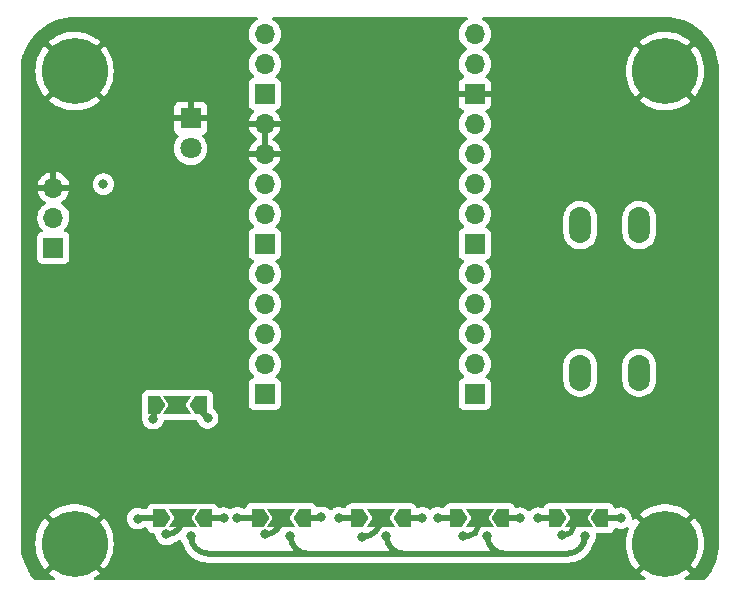
<source format=gbr>
%TF.GenerationSoftware,KiCad,Pcbnew,(6.0.9)*%
%TF.CreationDate,2022-11-19T08:58:37-07:00*%
%TF.ProjectId,AQM,41514d2e-6b69-4636-9164-5f7063625858,rev?*%
%TF.SameCoordinates,Original*%
%TF.FileFunction,Copper,L4,Bot*%
%TF.FilePolarity,Positive*%
%FSLAX46Y46*%
G04 Gerber Fmt 4.6, Leading zero omitted, Abs format (unit mm)*
G04 Created by KiCad (PCBNEW (6.0.9)) date 2022-11-19 08:58:37*
%MOMM*%
%LPD*%
G01*
G04 APERTURE LIST*
G04 Aperture macros list*
%AMFreePoly0*
4,1,6,1.000000,0.000000,0.500000,-0.750000,-0.500000,-0.750000,-0.500000,0.750000,0.500000,0.750000,1.000000,0.000000,1.000000,0.000000,$1*%
%AMFreePoly1*
4,1,7,0.700000,0.000000,1.200000,-0.750000,-1.200000,-0.750000,-0.700000,0.000000,-1.200000,0.750000,1.200000,0.750000,0.700000,0.000000,0.700000,0.000000,$1*%
G04 Aperture macros list end*
%TA.AperFunction,ComponentPad*%
%ADD10R,1.700000X1.700000*%
%TD*%
%TA.AperFunction,ComponentPad*%
%ADD11O,1.700000X1.700000*%
%TD*%
%TA.AperFunction,ComponentPad*%
%ADD12C,5.600000*%
%TD*%
%TA.AperFunction,ComponentPad*%
%ADD13R,1.800000X1.800000*%
%TD*%
%TA.AperFunction,ComponentPad*%
%ADD14C,1.800000*%
%TD*%
%TA.AperFunction,ComponentPad*%
%ADD15O,1.850000X3.048000*%
%TD*%
%TA.AperFunction,SMDPad,CuDef*%
%ADD16FreePoly0,0.000000*%
%TD*%
%TA.AperFunction,SMDPad,CuDef*%
%ADD17FreePoly1,180.000000*%
%TD*%
%TA.AperFunction,SMDPad,CuDef*%
%ADD18FreePoly0,180.000000*%
%TD*%
%TA.AperFunction,SMDPad,CuDef*%
%ADD19FreePoly1,0.000000*%
%TD*%
%TA.AperFunction,ViaPad*%
%ADD20C,0.800000*%
%TD*%
%TA.AperFunction,Conductor*%
%ADD21C,0.500000*%
%TD*%
G04 APERTURE END LIST*
D10*
%TO.P,J6,1,Pin_1*%
%TO.N,Net-(J6-Pad1)*%
X93210000Y-59950000D03*
D11*
%TO.P,J6,2,Pin_2*%
%TO.N,VBUS*%
X93210000Y-57410000D03*
%TO.P,J6,3,Pin_3*%
%TO.N,GND*%
X93210000Y-54870000D03*
%TD*%
D12*
%TO.P,H3,1,1*%
%TO.N,GND*%
X145000000Y-85000000D03*
%TD*%
%TO.P,H4,1,1*%
%TO.N,GND*%
X95000000Y-85000000D03*
%TD*%
D11*
%TO.P,U1,1,D+*%
%TO.N,unconnected-(U1-Pad1)*%
X111110000Y-41854400D03*
%TO.P,U1,2,TX*%
%TO.N,unconnected-(U1-Pad2)*%
X111110000Y-44394400D03*
D10*
%TO.P,U1,3,RX*%
%TO.N,unconnected-(U1-Pad3)*%
X111110000Y-46934400D03*
D11*
%TO.P,U1,4,GND*%
%TO.N,GND*%
X111110000Y-49474400D03*
%TO.P,U1,5,GND*%
X111110000Y-52014400D03*
%TO.P,U1,6,D2*%
%TO.N,Net-(U1-Pad6)*%
X111110000Y-54554400D03*
%TO.P,U1,7,D3*%
%TO.N,unconnected-(U1-Pad7)*%
X111110000Y-57094400D03*
D10*
%TO.P,U1,8,D4*%
%TO.N,Net-(U1-Pad8)*%
X111110000Y-59634400D03*
D11*
%TO.P,U1,9,D5*%
%TO.N,unconnected-(U1-Pad9)*%
X111110000Y-62174400D03*
%TO.P,U1,10,D6*%
%TO.N,unconnected-(U1-Pad10)*%
X111110000Y-64714400D03*
%TO.P,U1,11,D7*%
%TO.N,unconnected-(U1-Pad11)*%
X111110000Y-67254400D03*
%TO.P,U1,12,D8*%
%TO.N,unconnected-(U1-Pad12)*%
X111110000Y-69794400D03*
D10*
%TO.P,U1,13,D9*%
%TO.N,unconnected-(U1-Pad13)*%
X111110000Y-72334400D03*
%TO.P,U1,14,D10*%
%TO.N,Net-(U1-Pad14)*%
X128890000Y-72334400D03*
D11*
%TO.P,U1,15,MOSI*%
%TO.N,unconnected-(U1-Pad15)*%
X128890000Y-69794400D03*
%TO.P,U1,16,MISO*%
%TO.N,unconnected-(U1-Pad16)*%
X128890000Y-67254400D03*
%TO.P,U1,17,SCLK*%
%TO.N,unconnected-(U1-Pad17)*%
X128890000Y-64714400D03*
%TO.P,U1,18,A0*%
%TO.N,unconnected-(U1-Pad18)*%
X128890000Y-62174400D03*
D10*
%TO.P,U1,19,A1*%
%TO.N,unconnected-(U1-Pad19)*%
X128890000Y-59634400D03*
D11*
%TO.P,U1,20,A2*%
%TO.N,unconnected-(U1-Pad20)*%
X128890000Y-57094400D03*
%TO.P,U1,21,A3*%
%TO.N,unconnected-(U1-Pad21)*%
X128890000Y-54554400D03*
%TO.P,U1,22,3V3*%
%TO.N,+3V3*%
X128890000Y-52014400D03*
%TO.P,U1,23,RST*%
%TO.N,unconnected-(U1-Pad23)*%
X128890000Y-49474400D03*
D10*
%TO.P,U1,24,GND*%
%TO.N,GND*%
X128890000Y-46934400D03*
D11*
%TO.P,U1,25,VBUS*%
%TO.N,VBUS*%
X128890000Y-44394400D03*
%TO.P,U1,26,D-*%
%TO.N,unconnected-(U1-Pad26)*%
X128890000Y-41854400D03*
%TD*%
D12*
%TO.P,H1,1,1*%
%TO.N,GND*%
X95000000Y-45000000D03*
%TD*%
D13*
%TO.P,D1,1,K*%
%TO.N,GND*%
X104825000Y-49000000D03*
D14*
%TO.P,D1,2,A*%
%TO.N,Net-(D1-Pad2)*%
X104825000Y-51540000D03*
%TD*%
D12*
%TO.P,H2,1,1*%
%TO.N,GND*%
X145000000Y-45000000D03*
%TD*%
D15*
%TO.P,SW1,1,1*%
%TO.N,Net-(R3-Pad2)*%
X142825000Y-58035000D03*
X142825000Y-70535000D03*
%TO.P,SW1,2,2*%
%TO.N,+3V3*%
X137825000Y-70535000D03*
X137825000Y-58035000D03*
%TD*%
D16*
%TO.P,JP3,3,B*%
%TO.N,VBUS*%
X101713600Y-73279000D03*
D17*
%TO.P,JP3,2,C*%
%TO.N,Net-(R4-Pad1)*%
X103713600Y-73279000D03*
D18*
%TO.P,JP3,1,A*%
%TO.N,+3V3*%
X105713600Y-73279000D03*
%TD*%
D16*
%TO.P,JP6,1,A*%
%TO.N,+3V3*%
X127300000Y-82850000D03*
D19*
%TO.P,JP6,2,C*%
%TO.N,Net-(C13-Pad1)*%
X129300000Y-82850000D03*
D18*
%TO.P,JP6,3,B*%
%TO.N,VBUS*%
X131300000Y-82850000D03*
%TD*%
D16*
%TO.P,JP5,1,A*%
%TO.N,+3V3*%
X110500000Y-82825000D03*
D19*
%TO.P,JP5,2,C*%
%TO.N,Net-(C12-Pad1)*%
X112500000Y-82825000D03*
D18*
%TO.P,JP5,3,B*%
%TO.N,VBUS*%
X114500000Y-82825000D03*
%TD*%
D16*
%TO.P,JP4,1,A*%
%TO.N,+3V3*%
X102150000Y-82875000D03*
D19*
%TO.P,JP4,2,C*%
%TO.N,Net-(C11-Pad1)*%
X104150000Y-82875000D03*
D18*
%TO.P,JP4,3,B*%
%TO.N,VBUS*%
X106150000Y-82875000D03*
%TD*%
D16*
%TO.P,JP1,1,A*%
%TO.N,+3V3*%
X135700000Y-82850000D03*
D19*
%TO.P,JP1,2,C*%
%TO.N,Net-(C7-Pad1)*%
X137700000Y-82850000D03*
D18*
%TO.P,JP1,3,B*%
%TO.N,VBUS*%
X139700000Y-82850000D03*
%TD*%
D16*
%TO.P,JP2,1,A*%
%TO.N,+3V3*%
X118950000Y-82850000D03*
D19*
%TO.P,JP2,2,C*%
%TO.N,Net-(C10-Pad1)*%
X120950000Y-82850000D03*
D18*
%TO.P,JP2,3,B*%
%TO.N,VBUS*%
X122950000Y-82850000D03*
%TD*%
D20*
%TO.N,Net-(C7-Pad1)*%
X136296400Y-84277200D03*
%TO.N,Net-(C13-Pad1)*%
X127914400Y-84328000D03*
%TO.N,Net-(C10-Pad1)*%
X119380000Y-84429600D03*
%TO.N,Net-(C12-Pad1)*%
X111150400Y-84226400D03*
%TO.N,Net-(C11-Pad1)*%
X102768400Y-84226400D03*
%TO.N,/I2C/I2C.SCL*%
X104851200Y-84378800D03*
X113284000Y-84378800D03*
X138226800Y-84378800D03*
X121412000Y-84378800D03*
X129946400Y-84378800D03*
%TO.N,VBUS*%
X97450000Y-54570000D03*
%TO.N,+3V3*%
X125750000Y-82825000D03*
X134250000Y-82850000D03*
X108800000Y-82825000D03*
X106273600Y-74371200D03*
X100350000Y-82900000D03*
X117375000Y-82825000D03*
%TO.N,VBUS*%
X115900000Y-82775000D03*
X107625000Y-82850000D03*
X132725000Y-82850000D03*
X124450000Y-82825000D03*
X101650800Y-74422000D03*
X141250000Y-82850000D03*
%TD*%
D21*
%TO.N,VBUS*%
X101713600Y-74359200D02*
X101650800Y-74422000D01*
X101713600Y-73279000D02*
X101713600Y-74359200D01*
%TO.N,+3V3*%
X105713600Y-73811200D02*
X106273600Y-74371200D01*
X105713600Y-73279000D02*
X105713600Y-73811200D01*
%TO.N,/I2C/I2C.SCL*%
X106324400Y-85852000D02*
G75*
G02*
X104851200Y-84378800I0J1473200D01*
G01*
X106324400Y-85852000D02*
X114757200Y-85852000D01*
X122885200Y-85852000D02*
X114757200Y-85852000D01*
X113284000Y-84378800D02*
G75*
G03*
X114757200Y-85852000I1473200J0D01*
G01*
X131419600Y-85852000D02*
X122885200Y-85852000D01*
X121412000Y-84378800D02*
G75*
G03*
X122885200Y-85852000I1473200J0D01*
G01*
X136753600Y-85852000D02*
G75*
G03*
X138226800Y-84378800I0J1473200D01*
G01*
X129946400Y-84378800D02*
G75*
G03*
X131419600Y-85852000I1473200J0D01*
G01*
X136753600Y-85852000D02*
X131419600Y-85852000D01*
%TO.N,Net-(C7-Pad1)*%
X136296400Y-84277200D02*
X136550400Y-84277200D01*
X137210800Y-83616800D02*
G75*
G02*
X136550400Y-84277200I-660400J0D01*
G01*
%TO.N,Net-(C13-Pad1)*%
X127914400Y-84328000D02*
X128422400Y-84328000D01*
X129133600Y-83616800D02*
G75*
G02*
X128422400Y-84328000I-711200J0D01*
G01*
%TO.N,Net-(C10-Pad1)*%
X120950000Y-82850000D02*
X120950000Y-82859600D01*
X119380000Y-84429600D02*
G75*
G03*
X120950000Y-82859600I0J1570000D01*
G01*
%TO.N,Net-(C12-Pad1)*%
X112500000Y-82876800D02*
X112500000Y-82825000D01*
X112500000Y-82876800D02*
G75*
G02*
X111150400Y-84226400I-1349600J0D01*
G01*
%TO.N,Net-(C11-Pad1)*%
X102768400Y-84226400D02*
X102798600Y-84226400D01*
X104150000Y-82875000D02*
G75*
G02*
X102798600Y-84226400I-1351400J0D01*
G01*
%TO.N,+3V3*%
X127300000Y-82850000D02*
X125775000Y-82850000D01*
X118950000Y-82850000D02*
X117400000Y-82850000D01*
X110500000Y-82825000D02*
X108800000Y-82825000D01*
X135700000Y-82850000D02*
X134250000Y-82850000D01*
X102150000Y-82875000D02*
X100375000Y-82875000D01*
X125750000Y-82825000D02*
G75*
G03*
X125775000Y-82850000I25000J0D01*
G01*
X100350000Y-82900000D02*
G75*
G02*
X100375000Y-82875000I25000J0D01*
G01*
X117375000Y-82825000D02*
G75*
G03*
X117400000Y-82850000I25000J0D01*
G01*
%TO.N,VBUS*%
X106150000Y-82875000D02*
X107600000Y-82875000D01*
X122975000Y-82825000D02*
X124450000Y-82825000D01*
X139700000Y-82850000D02*
X141250000Y-82850000D01*
X114500000Y-82825000D02*
X115850000Y-82825000D01*
X131300000Y-82850000D02*
X132725000Y-82850000D01*
X107625000Y-82850000D02*
G75*
G02*
X107600000Y-82875000I-25000J0D01*
G01*
X115900000Y-82775000D02*
G75*
G02*
X115850000Y-82825000I-50000J0D01*
G01*
X122975000Y-82825000D02*
G75*
G03*
X122950000Y-82850000I0J-25000D01*
G01*
%TD*%
%TA.AperFunction,Conductor*%
%TO.N,GND*%
G36*
X110450494Y-40453502D02*
G01*
X110496987Y-40507158D01*
X110507091Y-40577432D01*
X110477597Y-40642012D01*
X110440558Y-40671260D01*
X110383607Y-40700907D01*
X110379474Y-40704010D01*
X110379471Y-40704012D01*
X110355247Y-40722200D01*
X110204965Y-40835035D01*
X110050629Y-40996538D01*
X110047715Y-41000810D01*
X110047714Y-41000811D01*
X109962556Y-41125649D01*
X109924743Y-41181080D01*
X109830688Y-41383705D01*
X109770989Y-41598970D01*
X109747251Y-41821095D01*
X109747548Y-41826248D01*
X109747548Y-41826251D01*
X109752879Y-41918702D01*
X109760110Y-42044115D01*
X109761247Y-42049161D01*
X109761248Y-42049167D01*
X109767449Y-42076681D01*
X109809222Y-42262039D01*
X109859317Y-42385408D01*
X109890900Y-42463188D01*
X109893266Y-42469016D01*
X110009987Y-42659488D01*
X110156250Y-42828338D01*
X110328126Y-42971032D01*
X110377463Y-42999862D01*
X110401445Y-43013876D01*
X110450169Y-43065514D01*
X110463240Y-43135297D01*
X110436509Y-43201069D01*
X110396055Y-43234427D01*
X110383607Y-43240907D01*
X110379474Y-43244010D01*
X110379471Y-43244012D01*
X110209100Y-43371930D01*
X110204965Y-43375035D01*
X110050629Y-43536538D01*
X109924743Y-43721080D01*
X109830688Y-43923705D01*
X109770989Y-44138970D01*
X109747251Y-44361095D01*
X109747548Y-44366248D01*
X109747548Y-44366251D01*
X109753011Y-44460990D01*
X109760110Y-44584115D01*
X109761247Y-44589161D01*
X109761248Y-44589167D01*
X109771681Y-44635461D01*
X109809222Y-44802039D01*
X109847461Y-44896211D01*
X109890344Y-45001819D01*
X109893266Y-45009016D01*
X110009987Y-45199488D01*
X110156250Y-45368338D01*
X110160230Y-45371642D01*
X110164981Y-45375587D01*
X110204616Y-45434490D01*
X110206113Y-45505471D01*
X110168997Y-45565993D01*
X110128725Y-45590512D01*
X110040095Y-45623738D01*
X110013295Y-45633785D01*
X109896739Y-45721139D01*
X109809385Y-45837695D01*
X109758255Y-45974084D01*
X109751500Y-46036266D01*
X109751500Y-47832534D01*
X109758255Y-47894716D01*
X109809385Y-48031105D01*
X109896739Y-48147661D01*
X110013295Y-48235015D01*
X110021704Y-48238167D01*
X110021705Y-48238168D01*
X110130960Y-48279126D01*
X110187725Y-48321767D01*
X110212425Y-48388329D01*
X110197218Y-48457678D01*
X110177825Y-48484159D01*
X110054590Y-48613117D01*
X110048104Y-48621127D01*
X109928098Y-48797049D01*
X109923000Y-48806023D01*
X109833338Y-48999183D01*
X109829775Y-49008870D01*
X109774389Y-49208583D01*
X109775912Y-49217007D01*
X109788292Y-49220400D01*
X112428344Y-49220400D01*
X112441875Y-49216427D01*
X112443180Y-49207347D01*
X112401214Y-49040275D01*
X112397894Y-49030524D01*
X112312972Y-48835214D01*
X112308105Y-48826139D01*
X112192426Y-48647326D01*
X112186136Y-48639157D01*
X112042293Y-48481077D01*
X112011241Y-48417231D01*
X112019635Y-48346733D01*
X112064812Y-48291964D01*
X112091256Y-48278295D01*
X112198297Y-48238167D01*
X112206705Y-48235015D01*
X112323261Y-48147661D01*
X112410615Y-48031105D01*
X112461745Y-47894716D01*
X112468500Y-47832534D01*
X112468500Y-46036266D01*
X112461745Y-45974084D01*
X112410615Y-45837695D01*
X112323261Y-45721139D01*
X112206705Y-45633785D01*
X112179905Y-45623738D01*
X112088203Y-45589360D01*
X112031439Y-45546718D01*
X112006739Y-45480156D01*
X112021947Y-45410808D01*
X112043493Y-45382127D01*
X112144435Y-45281537D01*
X112148096Y-45277889D01*
X112207594Y-45195089D01*
X112275435Y-45100677D01*
X112278453Y-45096477D01*
X112305565Y-45041621D01*
X112375136Y-44900853D01*
X112375137Y-44900851D01*
X112377430Y-44896211D01*
X112442370Y-44682469D01*
X112471529Y-44460990D01*
X112473156Y-44394400D01*
X112454852Y-44171761D01*
X112400431Y-43955102D01*
X112311354Y-43750240D01*
X112271906Y-43689262D01*
X112192822Y-43567017D01*
X112192820Y-43567014D01*
X112190014Y-43562677D01*
X112039670Y-43397451D01*
X112035619Y-43394252D01*
X112035615Y-43394248D01*
X111868414Y-43262200D01*
X111868410Y-43262198D01*
X111864359Y-43258998D01*
X111823053Y-43236196D01*
X111773084Y-43185764D01*
X111758312Y-43116321D01*
X111783428Y-43049916D01*
X111810780Y-43023309D01*
X111864127Y-42985257D01*
X111989860Y-42895573D01*
X112024375Y-42861179D01*
X112144435Y-42741537D01*
X112148096Y-42737889D01*
X112207594Y-42655089D01*
X112275435Y-42560677D01*
X112278453Y-42556477D01*
X112307359Y-42497991D01*
X112375136Y-42360853D01*
X112375137Y-42360851D01*
X112377430Y-42356211D01*
X112442370Y-42142469D01*
X112471529Y-41920990D01*
X112473156Y-41854400D01*
X112454852Y-41631761D01*
X112400431Y-41415102D01*
X112311354Y-41210240D01*
X112206929Y-41048823D01*
X112192822Y-41027017D01*
X112192820Y-41027014D01*
X112190014Y-41022677D01*
X112039670Y-40857451D01*
X112035619Y-40854252D01*
X112035615Y-40854248D01*
X111868414Y-40722200D01*
X111868410Y-40722198D01*
X111864359Y-40718998D01*
X111775253Y-40669809D01*
X111725282Y-40619376D01*
X111710510Y-40549933D01*
X111735626Y-40483528D01*
X111792657Y-40441243D01*
X111836146Y-40433500D01*
X128162373Y-40433500D01*
X128230494Y-40453502D01*
X128276987Y-40507158D01*
X128287091Y-40577432D01*
X128257597Y-40642012D01*
X128220558Y-40671260D01*
X128163607Y-40700907D01*
X128159474Y-40704010D01*
X128159471Y-40704012D01*
X128135247Y-40722200D01*
X127984965Y-40835035D01*
X127830629Y-40996538D01*
X127827715Y-41000810D01*
X127827714Y-41000811D01*
X127742556Y-41125649D01*
X127704743Y-41181080D01*
X127610688Y-41383705D01*
X127550989Y-41598970D01*
X127527251Y-41821095D01*
X127527548Y-41826248D01*
X127527548Y-41826251D01*
X127532879Y-41918702D01*
X127540110Y-42044115D01*
X127541247Y-42049161D01*
X127541248Y-42049167D01*
X127547449Y-42076681D01*
X127589222Y-42262039D01*
X127639317Y-42385408D01*
X127670900Y-42463188D01*
X127673266Y-42469016D01*
X127789987Y-42659488D01*
X127936250Y-42828338D01*
X128108126Y-42971032D01*
X128157463Y-42999862D01*
X128181445Y-43013876D01*
X128230169Y-43065514D01*
X128243240Y-43135297D01*
X128216509Y-43201069D01*
X128176055Y-43234427D01*
X128163607Y-43240907D01*
X128159474Y-43244010D01*
X128159471Y-43244012D01*
X127989100Y-43371930D01*
X127984965Y-43375035D01*
X127830629Y-43536538D01*
X127704743Y-43721080D01*
X127610688Y-43923705D01*
X127550989Y-44138970D01*
X127527251Y-44361095D01*
X127527548Y-44366248D01*
X127527548Y-44366251D01*
X127533011Y-44460990D01*
X127540110Y-44584115D01*
X127541247Y-44589161D01*
X127541248Y-44589167D01*
X127551681Y-44635461D01*
X127589222Y-44802039D01*
X127627461Y-44896211D01*
X127670344Y-45001819D01*
X127673266Y-45009016D01*
X127789987Y-45199488D01*
X127936250Y-45368338D01*
X127940225Y-45371638D01*
X127940231Y-45371644D01*
X127945425Y-45375956D01*
X127985059Y-45434860D01*
X127986555Y-45505841D01*
X127949439Y-45566362D01*
X127909168Y-45590880D01*
X127801946Y-45631076D01*
X127786351Y-45639614D01*
X127684276Y-45716115D01*
X127671715Y-45728676D01*
X127595214Y-45830751D01*
X127586676Y-45846346D01*
X127541522Y-45966794D01*
X127537895Y-45982049D01*
X127532369Y-46032914D01*
X127532000Y-46039728D01*
X127532000Y-46662285D01*
X127536475Y-46677524D01*
X127537865Y-46678729D01*
X127545548Y-46680400D01*
X130229884Y-46680400D01*
X130245123Y-46675925D01*
X130246328Y-46674535D01*
X130247999Y-46666852D01*
X130247999Y-46039731D01*
X130247629Y-46032910D01*
X130242105Y-45982048D01*
X130238479Y-45966796D01*
X130193324Y-45846346D01*
X130184786Y-45830751D01*
X130108285Y-45728676D01*
X130095724Y-45716115D01*
X129993649Y-45639614D01*
X129978054Y-45631076D01*
X129867813Y-45589748D01*
X129811049Y-45547106D01*
X129786349Y-45480545D01*
X129801557Y-45411196D01*
X129823104Y-45382515D01*
X129924430Y-45281544D01*
X129924440Y-45281532D01*
X129928096Y-45277889D01*
X129987594Y-45195089D01*
X130055435Y-45100677D01*
X130058453Y-45096477D01*
X130085565Y-45041621D01*
X130110172Y-44991832D01*
X141687333Y-44991832D01*
X141705117Y-45342893D01*
X141705827Y-45349649D01*
X141761420Y-45696723D01*
X141762859Y-45703378D01*
X141855608Y-46042410D01*
X141857757Y-46048871D01*
X141986581Y-46375912D01*
X141989412Y-46382095D01*
X142152803Y-46693310D01*
X142156286Y-46699152D01*
X142352330Y-46990896D01*
X142356433Y-46996340D01*
X142476425Y-47138836D01*
X142489164Y-47147279D01*
X142499608Y-47141181D01*
X144627980Y-45012810D01*
X144634357Y-45001131D01*
X145364408Y-45001131D01*
X145364539Y-45002966D01*
X145368790Y-45009580D01*
X147499009Y-47139798D01*
X147512605Y-47147223D01*
X147522218Y-47140522D01*
X147622518Y-47023912D01*
X147626676Y-47018514D01*
X147825762Y-46728840D01*
X147829310Y-46723029D01*
X147995942Y-46413559D01*
X147998849Y-46407381D01*
X148131090Y-46081713D01*
X148133304Y-46075283D01*
X148229598Y-45737237D01*
X148231105Y-45730607D01*
X148290332Y-45384118D01*
X148291112Y-45377378D01*
X148312668Y-45024925D01*
X148312784Y-45021323D01*
X148312853Y-45001819D01*
X148312761Y-44998194D01*
X148293666Y-44645615D01*
X148292931Y-44638849D01*
X148236130Y-44291985D01*
X148234663Y-44285313D01*
X148140736Y-43946627D01*
X148138562Y-43940163D01*
X148008598Y-43613578D01*
X148005742Y-43607398D01*
X147841269Y-43296763D01*
X147837769Y-43290937D01*
X147640697Y-42999862D01*
X147636590Y-42994453D01*
X147523565Y-42861179D01*
X147510740Y-42852743D01*
X147500416Y-42858795D01*
X145372020Y-44987190D01*
X145364408Y-45001131D01*
X144634357Y-45001131D01*
X144635592Y-44998869D01*
X144635461Y-44997034D01*
X144631210Y-44990420D01*
X142500992Y-42860203D01*
X142487455Y-42852811D01*
X142477753Y-42859599D01*
X142370430Y-42985257D01*
X142366296Y-42990664D01*
X142168215Y-43281041D01*
X142164697Y-43286851D01*
X141999134Y-43596922D01*
X141996259Y-43603087D01*
X141865155Y-43929218D01*
X141862962Y-43935658D01*
X141767846Y-44274044D01*
X141766363Y-44280679D01*
X141708350Y-44627354D01*
X141707591Y-44634126D01*
X141687357Y-44985037D01*
X141687333Y-44991832D01*
X130110172Y-44991832D01*
X130155136Y-44900853D01*
X130155137Y-44900851D01*
X130157430Y-44896211D01*
X130222370Y-44682469D01*
X130251529Y-44460990D01*
X130253156Y-44394400D01*
X130234852Y-44171761D01*
X130180431Y-43955102D01*
X130091354Y-43750240D01*
X130051906Y-43689262D01*
X129972822Y-43567017D01*
X129972820Y-43567014D01*
X129970014Y-43562677D01*
X129819670Y-43397451D01*
X129815619Y-43394252D01*
X129815615Y-43394248D01*
X129648414Y-43262200D01*
X129648410Y-43262198D01*
X129644359Y-43258998D01*
X129603053Y-43236196D01*
X129553084Y-43185764D01*
X129538312Y-43116321D01*
X129563428Y-43049916D01*
X129590780Y-43023309D01*
X129644127Y-42985257D01*
X129769860Y-42895573D01*
X129804375Y-42861179D01*
X129924435Y-42741537D01*
X129928096Y-42737889D01*
X129987594Y-42655089D01*
X130055435Y-42560677D01*
X130058453Y-42556477D01*
X130087359Y-42497991D01*
X130092859Y-42486862D01*
X142849950Y-42486862D01*
X142849986Y-42487704D01*
X142855037Y-42495826D01*
X144987190Y-44627980D01*
X145001131Y-44635592D01*
X145002966Y-44635461D01*
X145009580Y-44631210D01*
X147142798Y-42497991D01*
X147150412Y-42484047D01*
X147150344Y-42483089D01*
X147145836Y-42476272D01*
X147144418Y-42475065D01*
X146864813Y-42262064D01*
X146859187Y-42258240D01*
X146558214Y-42076681D01*
X146552202Y-42073484D01*
X146233370Y-41925487D01*
X146227070Y-41922967D01*
X145894129Y-41810273D01*
X145887551Y-41808437D01*
X145544417Y-41732367D01*
X145537678Y-41731251D01*
X145188310Y-41692680D01*
X145181529Y-41692301D01*
X144830015Y-41691687D01*
X144823242Y-41692042D01*
X144473720Y-41729395D01*
X144467010Y-41730482D01*
X144123586Y-41805361D01*
X144117011Y-41807172D01*
X143783683Y-41918702D01*
X143777361Y-41921205D01*
X143458034Y-42068079D01*
X143451991Y-42071265D01*
X143150401Y-42251763D01*
X143144755Y-42255571D01*
X142864408Y-42467596D01*
X142859211Y-42471987D01*
X142857972Y-42473155D01*
X142849950Y-42486862D01*
X130092859Y-42486862D01*
X130155136Y-42360853D01*
X130155137Y-42360851D01*
X130157430Y-42356211D01*
X130222370Y-42142469D01*
X130251529Y-41920990D01*
X130253156Y-41854400D01*
X130234852Y-41631761D01*
X130180431Y-41415102D01*
X130091354Y-41210240D01*
X129986929Y-41048823D01*
X129972822Y-41027017D01*
X129972820Y-41027014D01*
X129970014Y-41022677D01*
X129819670Y-40857451D01*
X129815619Y-40854252D01*
X129815615Y-40854248D01*
X129648414Y-40722200D01*
X129648410Y-40722198D01*
X129644359Y-40718998D01*
X129555253Y-40669809D01*
X129505282Y-40619376D01*
X129490510Y-40549933D01*
X129515626Y-40483528D01*
X129572657Y-40441243D01*
X129616146Y-40433500D01*
X144950633Y-40433500D01*
X144970018Y-40435000D01*
X144984851Y-40437310D01*
X144984855Y-40437310D01*
X144993724Y-40438691D01*
X145014183Y-40436016D01*
X145036008Y-40435072D01*
X145392502Y-40450637D01*
X145403451Y-40451595D01*
X145787510Y-40502157D01*
X145798336Y-40504066D01*
X146176528Y-40587910D01*
X146187145Y-40590755D01*
X146209353Y-40597757D01*
X146556592Y-40707241D01*
X146566906Y-40710994D01*
X146924819Y-40859246D01*
X146934754Y-40863879D01*
X147278378Y-41042759D01*
X147287887Y-41048249D01*
X147614592Y-41256383D01*
X147623596Y-41262687D01*
X147930931Y-41498513D01*
X147939348Y-41505577D01*
X148183603Y-41729395D01*
X148224947Y-41767280D01*
X148232716Y-41775049D01*
X148494421Y-42060649D01*
X148501484Y-42069066D01*
X148553872Y-42137339D01*
X148737313Y-42376404D01*
X148743617Y-42385408D01*
X148951751Y-42712113D01*
X148957241Y-42721622D01*
X149136121Y-43065246D01*
X149140754Y-43075181D01*
X149272915Y-43394248D01*
X149289003Y-43433087D01*
X149292759Y-43443408D01*
X149331733Y-43567017D01*
X149409245Y-43812855D01*
X149412090Y-43823472D01*
X149495934Y-44201664D01*
X149497843Y-44212490D01*
X149548405Y-44596549D01*
X149549363Y-44607498D01*
X149552853Y-44687423D01*
X149564603Y-44956552D01*
X149563223Y-44981429D01*
X149561309Y-44993724D01*
X149562473Y-45002626D01*
X149562473Y-45002628D01*
X149565436Y-45025283D01*
X149566500Y-45041621D01*
X149566500Y-84950633D01*
X149565000Y-84970018D01*
X149562690Y-84984851D01*
X149562690Y-84984855D01*
X149561309Y-84993724D01*
X149563984Y-85014183D01*
X149564928Y-85036008D01*
X149562551Y-85090442D01*
X149549363Y-85392501D01*
X149548405Y-85403451D01*
X149497843Y-85787510D01*
X149495934Y-85798336D01*
X149412090Y-86176528D01*
X149409245Y-86187145D01*
X149399261Y-86218810D01*
X149294961Y-86549611D01*
X149292762Y-86556584D01*
X149289006Y-86566906D01*
X149222806Y-86726728D01*
X149140758Y-86924810D01*
X149136121Y-86934754D01*
X148957241Y-87278378D01*
X148951751Y-87287887D01*
X148743617Y-87614592D01*
X148737313Y-87623596D01*
X148510165Y-87919622D01*
X148501487Y-87930931D01*
X148494433Y-87939337D01*
X148409866Y-88031626D01*
X148349099Y-88068335D01*
X148316971Y-88072500D01*
X146763723Y-88072500D01*
X146695602Y-88052498D01*
X146649109Y-87998842D01*
X146639005Y-87928568D01*
X146668499Y-87863988D01*
X146699395Y-87838159D01*
X146839987Y-87754681D01*
X146845659Y-87750884D01*
X147126732Y-87539849D01*
X147131958Y-87535464D01*
X147141613Y-87526428D01*
X147149682Y-87512750D01*
X147149654Y-87512024D01*
X147144512Y-87503723D01*
X145012810Y-85372020D01*
X144998869Y-85364408D01*
X144997034Y-85364539D01*
X144990420Y-85368790D01*
X142856774Y-87502437D01*
X142849160Y-87516381D01*
X142849237Y-87517470D01*
X142851698Y-87521206D01*
X143125632Y-87731404D01*
X143131262Y-87735259D01*
X143301620Y-87838838D01*
X143349435Y-87891319D01*
X143361286Y-87961319D01*
X143333411Y-88026615D01*
X143274660Y-88066474D01*
X143236161Y-88072500D01*
X96763723Y-88072500D01*
X96695602Y-88052498D01*
X96649109Y-87998842D01*
X96639005Y-87928568D01*
X96668499Y-87863988D01*
X96699395Y-87838159D01*
X96839987Y-87754681D01*
X96845659Y-87750884D01*
X97126732Y-87539849D01*
X97131958Y-87535464D01*
X97141613Y-87526428D01*
X97149682Y-87512750D01*
X97149654Y-87512024D01*
X97144512Y-87503723D01*
X95012810Y-85372020D01*
X94998869Y-85364408D01*
X94997034Y-85364539D01*
X94990420Y-85368790D01*
X92856774Y-87502437D01*
X92849160Y-87516381D01*
X92849237Y-87517470D01*
X92851698Y-87521206D01*
X93125632Y-87731404D01*
X93131262Y-87735259D01*
X93301620Y-87838838D01*
X93349435Y-87891319D01*
X93361286Y-87961319D01*
X93333411Y-88026615D01*
X93274660Y-88066474D01*
X93236161Y-88072500D01*
X91683029Y-88072500D01*
X91614908Y-88052498D01*
X91590136Y-88031629D01*
X91505567Y-87939337D01*
X91498513Y-87930931D01*
X91489836Y-87919622D01*
X91262687Y-87623596D01*
X91256383Y-87614592D01*
X91048249Y-87287887D01*
X91042759Y-87278378D01*
X90863879Y-86934754D01*
X90859242Y-86924810D01*
X90777195Y-86726728D01*
X90710994Y-86566906D01*
X90707238Y-86556584D01*
X90705040Y-86549611D01*
X90600739Y-86218810D01*
X90590755Y-86187145D01*
X90587910Y-86176528D01*
X90504066Y-85798336D01*
X90502157Y-85787510D01*
X90451595Y-85403451D01*
X90450637Y-85392501D01*
X90437449Y-85090442D01*
X90435561Y-85047206D01*
X90437188Y-85020805D01*
X90437769Y-85017352D01*
X90437770Y-85017345D01*
X90438576Y-85012552D01*
X90438729Y-85000000D01*
X90437559Y-84991832D01*
X91687333Y-84991832D01*
X91705117Y-85342893D01*
X91705827Y-85349649D01*
X91761420Y-85696723D01*
X91762859Y-85703378D01*
X91855608Y-86042410D01*
X91857757Y-86048871D01*
X91986581Y-86375912D01*
X91989412Y-86382095D01*
X92152803Y-86693310D01*
X92156286Y-86699152D01*
X92352330Y-86990896D01*
X92356433Y-86996340D01*
X92476425Y-87138836D01*
X92489164Y-87147279D01*
X92499608Y-87141181D01*
X94627980Y-85012810D01*
X94634357Y-85001131D01*
X95364408Y-85001131D01*
X95364539Y-85002966D01*
X95368790Y-85009580D01*
X97499009Y-87139798D01*
X97512605Y-87147223D01*
X97522218Y-87140522D01*
X97622518Y-87023912D01*
X97626676Y-87018514D01*
X97825762Y-86728840D01*
X97829310Y-86723029D01*
X97995942Y-86413559D01*
X97998849Y-86407381D01*
X98131090Y-86081713D01*
X98133304Y-86075283D01*
X98229598Y-85737237D01*
X98231105Y-85730607D01*
X98290332Y-85384118D01*
X98291112Y-85377378D01*
X98312668Y-85024925D01*
X98312784Y-85021323D01*
X98312853Y-85001819D01*
X98312761Y-84998194D01*
X98293666Y-84645615D01*
X98292931Y-84638849D01*
X98236130Y-84291985D01*
X98234663Y-84285313D01*
X98140736Y-83946627D01*
X98138562Y-83940163D01*
X98008598Y-83613578D01*
X98005742Y-83607398D01*
X97841269Y-83296763D01*
X97837769Y-83290937D01*
X97640697Y-82999862D01*
X97636590Y-82994453D01*
X97556488Y-82900000D01*
X99436496Y-82900000D01*
X99437186Y-82906565D01*
X99448138Y-83010763D01*
X99456458Y-83089928D01*
X99515473Y-83271556D01*
X99518776Y-83277278D01*
X99518777Y-83277279D01*
X99526663Y-83290937D01*
X99610960Y-83436944D01*
X99615378Y-83441851D01*
X99615379Y-83441852D01*
X99674713Y-83507749D01*
X99738747Y-83578866D01*
X99820237Y-83638072D01*
X99869689Y-83674001D01*
X99893248Y-83691118D01*
X99899276Y-83693802D01*
X99899278Y-83693803D01*
X100044591Y-83758500D01*
X100067712Y-83768794D01*
X100160002Y-83788411D01*
X100248056Y-83807128D01*
X100248061Y-83807128D01*
X100254513Y-83808500D01*
X100445487Y-83808500D01*
X100451939Y-83807128D01*
X100451944Y-83807128D01*
X100539998Y-83788411D01*
X100632288Y-83768794D01*
X100655409Y-83758500D01*
X100800722Y-83693803D01*
X100800724Y-83693802D01*
X100806752Y-83691118D01*
X100830312Y-83674001D01*
X100852935Y-83657564D01*
X100919803Y-83633706D01*
X100926996Y-83633500D01*
X101028206Y-83633500D01*
X101096327Y-83653502D01*
X101142820Y-83707158D01*
X101149102Y-83724001D01*
X101182696Y-83838411D01*
X101202705Y-83869545D01*
X101256878Y-83953841D01*
X101256880Y-83953844D01*
X101261750Y-83961421D01*
X101268560Y-83967322D01*
X101365445Y-84051274D01*
X101365448Y-84051276D01*
X101372257Y-84057176D01*
X101505266Y-84117919D01*
X101650000Y-84138729D01*
X101732230Y-84138729D01*
X101800351Y-84158731D01*
X101846844Y-84212387D01*
X101857540Y-84251558D01*
X101871604Y-84385365D01*
X101874858Y-84416328D01*
X101933873Y-84597956D01*
X101937176Y-84603678D01*
X101937177Y-84603679D01*
X101966507Y-84654479D01*
X102029360Y-84763344D01*
X102033775Y-84768247D01*
X102033779Y-84768252D01*
X102144553Y-84891279D01*
X102157147Y-84905266D01*
X102246270Y-84970018D01*
X102306030Y-85013436D01*
X102311648Y-85017518D01*
X102317676Y-85020202D01*
X102317678Y-85020203D01*
X102480081Y-85092509D01*
X102486112Y-85095194D01*
X102579512Y-85115047D01*
X102666456Y-85133528D01*
X102666461Y-85133528D01*
X102672913Y-85134900D01*
X102863887Y-85134900D01*
X102870339Y-85133528D01*
X102870344Y-85133528D01*
X102957288Y-85115047D01*
X103050688Y-85095194D01*
X103056719Y-85092509D01*
X103219122Y-85020203D01*
X103219124Y-85020202D01*
X103225152Y-85017518D01*
X103230494Y-85013637D01*
X103362536Y-84917703D01*
X103396095Y-84900326D01*
X103603856Y-84829800D01*
X103603858Y-84829799D01*
X103607756Y-84828476D01*
X103855316Y-84706393D01*
X103925257Y-84694203D01*
X103990686Y-84721762D01*
X104020162Y-84756399D01*
X104112160Y-84915744D01*
X104116578Y-84920651D01*
X104116579Y-84920652D01*
X104157960Y-84966610D01*
X104184619Y-85013436D01*
X104233910Y-85171618D01*
X104344716Y-85417818D01*
X104346685Y-85421075D01*
X104346687Y-85421079D01*
X104388871Y-85490859D01*
X104484390Y-85648867D01*
X104486742Y-85651869D01*
X104486744Y-85651872D01*
X104527096Y-85703378D01*
X104650895Y-85861396D01*
X104841804Y-86052305D01*
X105054333Y-86218810D01*
X105195996Y-86304448D01*
X105282121Y-86356513D01*
X105282125Y-86356515D01*
X105285382Y-86358484D01*
X105394026Y-86407381D01*
X105528106Y-86467726D01*
X105528112Y-86467728D01*
X105531582Y-86469290D01*
X105789343Y-86549611D01*
X106054907Y-86598278D01*
X106058701Y-86598507D01*
X106058705Y-86598508D01*
X106174490Y-86605512D01*
X106219580Y-86608239D01*
X106226670Y-86608991D01*
X106230010Y-86609808D01*
X106235609Y-86610155D01*
X106235613Y-86610156D01*
X106239225Y-86610380D01*
X106239235Y-86610380D01*
X106241164Y-86610500D01*
X106253156Y-86610500D01*
X106260762Y-86610730D01*
X106267252Y-86611122D01*
X106276730Y-86611696D01*
X106286650Y-86612692D01*
X106299135Y-86614446D01*
X106303087Y-86615001D01*
X106311652Y-86615121D01*
X106320439Y-86615244D01*
X106320445Y-86615244D01*
X106324400Y-86615299D01*
X106360187Y-86611285D01*
X106374231Y-86610500D01*
X114685956Y-86610500D01*
X114693562Y-86610730D01*
X114700052Y-86611122D01*
X114709530Y-86611696D01*
X114719450Y-86612692D01*
X114731935Y-86614446D01*
X114735887Y-86615001D01*
X114744452Y-86615121D01*
X114753239Y-86615244D01*
X114753245Y-86615244D01*
X114757200Y-86615299D01*
X114792987Y-86611285D01*
X114807031Y-86610500D01*
X122813956Y-86610500D01*
X122821562Y-86610730D01*
X122828052Y-86611122D01*
X122837530Y-86611696D01*
X122847450Y-86612692D01*
X122859935Y-86614446D01*
X122863887Y-86615001D01*
X122872452Y-86615121D01*
X122881239Y-86615244D01*
X122881245Y-86615244D01*
X122885200Y-86615299D01*
X122920987Y-86611285D01*
X122935031Y-86610500D01*
X131348356Y-86610500D01*
X131355962Y-86610730D01*
X131362452Y-86611122D01*
X131371930Y-86611696D01*
X131381850Y-86612692D01*
X131394335Y-86614446D01*
X131398287Y-86615001D01*
X131406852Y-86615121D01*
X131415639Y-86615244D01*
X131415645Y-86615244D01*
X131419600Y-86615299D01*
X131455387Y-86611285D01*
X131469431Y-86610500D01*
X136691449Y-86610500D01*
X136708982Y-86611726D01*
X136717976Y-86612990D01*
X136728379Y-86614452D01*
X136728382Y-86614452D01*
X136732287Y-86615001D01*
X136740636Y-86615118D01*
X136749639Y-86615244D01*
X136749645Y-86615244D01*
X136753600Y-86615299D01*
X136757533Y-86614858D01*
X136757549Y-86614857D01*
X136764331Y-86614096D01*
X136770769Y-86613540D01*
X136823016Y-86610380D01*
X137019296Y-86598508D01*
X137019301Y-86598507D01*
X137023093Y-86598278D01*
X137288657Y-86549611D01*
X137546418Y-86469290D01*
X137549888Y-86467728D01*
X137549894Y-86467726D01*
X137683974Y-86407381D01*
X137792618Y-86358484D01*
X137795875Y-86356515D01*
X137795879Y-86356513D01*
X137882004Y-86304448D01*
X138023667Y-86218810D01*
X138236196Y-86052305D01*
X138427105Y-85861396D01*
X138550904Y-85703378D01*
X138591256Y-85651872D01*
X138591258Y-85651869D01*
X138593610Y-85648867D01*
X138689129Y-85490859D01*
X138731313Y-85421079D01*
X138731315Y-85421075D01*
X138733284Y-85417818D01*
X138844090Y-85171618D01*
X138893381Y-85013436D01*
X138920040Y-84966610D01*
X138961421Y-84920652D01*
X138961422Y-84920651D01*
X138965840Y-84915744D01*
X139016224Y-84828476D01*
X139058023Y-84756079D01*
X139058024Y-84756078D01*
X139061327Y-84750356D01*
X139120342Y-84568728D01*
X139125022Y-84524206D01*
X139139614Y-84385365D01*
X139140304Y-84378800D01*
X139127071Y-84252898D01*
X139139843Y-84183061D01*
X139188345Y-84131215D01*
X139252381Y-84113729D01*
X140200000Y-84113729D01*
X140231986Y-84111441D01*
X140266373Y-84108982D01*
X140266374Y-84108982D01*
X140273111Y-84108500D01*
X140364737Y-84081596D01*
X140404765Y-84069843D01*
X140404767Y-84069842D01*
X140413411Y-84067304D01*
X140477255Y-84026274D01*
X140528841Y-83993122D01*
X140528844Y-83993120D01*
X140536421Y-83988250D01*
X140558084Y-83963250D01*
X140626274Y-83884555D01*
X140626276Y-83884552D01*
X140632176Y-83877743D01*
X140692919Y-83744734D01*
X140693646Y-83745066D01*
X140728048Y-83691530D01*
X140792628Y-83662035D01*
X140861813Y-83671645D01*
X140961255Y-83715919D01*
X140967712Y-83718794D01*
X141061113Y-83738647D01*
X141148056Y-83757128D01*
X141148061Y-83757128D01*
X141154513Y-83758500D01*
X141345487Y-83758500D01*
X141351939Y-83757128D01*
X141351944Y-83757128D01*
X141438887Y-83738647D01*
X141532288Y-83718794D01*
X141538321Y-83716108D01*
X141700722Y-83643803D01*
X141700724Y-83643802D01*
X141706752Y-83641118D01*
X141717238Y-83633500D01*
X141739777Y-83617124D01*
X141806645Y-83593265D01*
X141875796Y-83609346D01*
X141925277Y-83660260D01*
X141939376Y-83729843D01*
X141930745Y-83766056D01*
X141865157Y-83929211D01*
X141862962Y-83935658D01*
X141767846Y-84274044D01*
X141766363Y-84280679D01*
X141708350Y-84627354D01*
X141707591Y-84634126D01*
X141687357Y-84985037D01*
X141687333Y-84991832D01*
X141705117Y-85342893D01*
X141705827Y-85349649D01*
X141761420Y-85696723D01*
X141762859Y-85703378D01*
X141855608Y-86042410D01*
X141857757Y-86048871D01*
X141986581Y-86375912D01*
X141989412Y-86382095D01*
X142152803Y-86693310D01*
X142156286Y-86699152D01*
X142352330Y-86990896D01*
X142356433Y-86996340D01*
X142476425Y-87138836D01*
X142489164Y-87147279D01*
X142499608Y-87141181D01*
X144627980Y-85012810D01*
X144634357Y-85001131D01*
X145364408Y-85001131D01*
X145364539Y-85002966D01*
X145368790Y-85009580D01*
X147499009Y-87139798D01*
X147512605Y-87147223D01*
X147522218Y-87140522D01*
X147622518Y-87023912D01*
X147626676Y-87018514D01*
X147825762Y-86728840D01*
X147829310Y-86723029D01*
X147995942Y-86413559D01*
X147998849Y-86407381D01*
X148131090Y-86081713D01*
X148133304Y-86075283D01*
X148229598Y-85737237D01*
X148231105Y-85730607D01*
X148290332Y-85384118D01*
X148291112Y-85377378D01*
X148312668Y-85024925D01*
X148312784Y-85021323D01*
X148312853Y-85001819D01*
X148312761Y-84998194D01*
X148293666Y-84645615D01*
X148292931Y-84638849D01*
X148236130Y-84291985D01*
X148234663Y-84285313D01*
X148140736Y-83946627D01*
X148138562Y-83940163D01*
X148008598Y-83613578D01*
X148005742Y-83607398D01*
X147841269Y-83296763D01*
X147837769Y-83290937D01*
X147640697Y-82999862D01*
X147636590Y-82994453D01*
X147523565Y-82861179D01*
X147510740Y-82852743D01*
X147500416Y-82858795D01*
X145372020Y-84987190D01*
X145364408Y-85001131D01*
X144634357Y-85001131D01*
X144635592Y-84998869D01*
X144635461Y-84997034D01*
X144631210Y-84990420D01*
X142500992Y-82860203D01*
X142487455Y-82852811D01*
X142477753Y-82859599D01*
X142381792Y-82971954D01*
X142322341Y-83010763D01*
X142251346Y-83011269D01*
X142191348Y-82973313D01*
X142161395Y-82908944D01*
X142160671Y-82876952D01*
X142162580Y-82858795D01*
X142163504Y-82850000D01*
X142143542Y-82660072D01*
X142087262Y-82486862D01*
X142849950Y-82486862D01*
X142849986Y-82487704D01*
X142855037Y-82495826D01*
X144987190Y-84627980D01*
X145001131Y-84635592D01*
X145002966Y-84635461D01*
X145009580Y-84631210D01*
X147142798Y-82497991D01*
X147150412Y-82484047D01*
X147150344Y-82483089D01*
X147145836Y-82476272D01*
X147144418Y-82475065D01*
X146864813Y-82262064D01*
X146859187Y-82258240D01*
X146558214Y-82076681D01*
X146552202Y-82073484D01*
X146233370Y-81925487D01*
X146227070Y-81922967D01*
X145894129Y-81810273D01*
X145887551Y-81808437D01*
X145544417Y-81732367D01*
X145537678Y-81731251D01*
X145188310Y-81692680D01*
X145181529Y-81692301D01*
X144830015Y-81691687D01*
X144823242Y-81692042D01*
X144473720Y-81729395D01*
X144467010Y-81730482D01*
X144123586Y-81805361D01*
X144117011Y-81807172D01*
X143783683Y-81918702D01*
X143777361Y-81921205D01*
X143458034Y-82068079D01*
X143451991Y-82071265D01*
X143150401Y-82251763D01*
X143144755Y-82255571D01*
X142864408Y-82467596D01*
X142859211Y-82471987D01*
X142857972Y-82473155D01*
X142849950Y-82486862D01*
X142087262Y-82486862D01*
X142084527Y-82478444D01*
X141989040Y-82313056D01*
X141952396Y-82272358D01*
X141865675Y-82176045D01*
X141865674Y-82176044D01*
X141861253Y-82171134D01*
X141706752Y-82058882D01*
X141700724Y-82056198D01*
X141700722Y-82056197D01*
X141538319Y-81983891D01*
X141538318Y-81983891D01*
X141532288Y-81981206D01*
X141433797Y-81960271D01*
X141351944Y-81942872D01*
X141351939Y-81942872D01*
X141345487Y-81941500D01*
X141154513Y-81941500D01*
X141148061Y-81942872D01*
X141148056Y-81942872D01*
X141066203Y-81960271D01*
X140967712Y-81981206D01*
X140961682Y-81983891D01*
X140961681Y-81983891D01*
X140952055Y-81988177D01*
X140858174Y-82029975D01*
X140787809Y-82039409D01*
X140723512Y-82009303D01*
X140686031Y-81950367D01*
X140679138Y-81926893D01*
X140667304Y-81886589D01*
X140625960Y-81822257D01*
X140593122Y-81771159D01*
X140593120Y-81771156D01*
X140588250Y-81763579D01*
X140557288Y-81736750D01*
X140484555Y-81673726D01*
X140484552Y-81673724D01*
X140477743Y-81667824D01*
X140423001Y-81642824D01*
X140400823Y-81632696D01*
X140344734Y-81607081D01*
X140335561Y-81605762D01*
X140315829Y-81602925D01*
X140200000Y-81586271D01*
X139200000Y-81586271D01*
X139198036Y-81586395D01*
X139198032Y-81586395D01*
X139141920Y-81589934D01*
X139141916Y-81589935D01*
X139135443Y-81590343D01*
X139129189Y-81592066D01*
X139129188Y-81592066D01*
X139126524Y-81592800D01*
X139089768Y-81602925D01*
X139038376Y-81606167D01*
X138900000Y-81586271D01*
X136500000Y-81586271D01*
X136497487Y-81586472D01*
X136497486Y-81586472D01*
X136425353Y-81592240D01*
X136425350Y-81592241D01*
X136418355Y-81592800D01*
X136411657Y-81594890D01*
X136411655Y-81594890D01*
X136391019Y-81601328D01*
X136335562Y-81605762D01*
X136259945Y-81594890D01*
X136200000Y-81586271D01*
X135200000Y-81586271D01*
X135186424Y-81587242D01*
X135133627Y-81591018D01*
X135133626Y-81591018D01*
X135126889Y-81591500D01*
X135059133Y-81611395D01*
X134995235Y-81630157D01*
X134995233Y-81630158D01*
X134986589Y-81632696D01*
X134970830Y-81642824D01*
X134871159Y-81706878D01*
X134871156Y-81706880D01*
X134863579Y-81711750D01*
X134857678Y-81718560D01*
X134773726Y-81815445D01*
X134773724Y-81815448D01*
X134767824Y-81822257D01*
X134764080Y-81830454D01*
X134764080Y-81830455D01*
X134719548Y-81927967D01*
X134673055Y-81981623D01*
X134604934Y-82001625D01*
X134553688Y-81990733D01*
X134538323Y-81983892D01*
X134538315Y-81983889D01*
X134532288Y-81981206D01*
X134433797Y-81960271D01*
X134351944Y-81942872D01*
X134351939Y-81942872D01*
X134345487Y-81941500D01*
X134154513Y-81941500D01*
X134148061Y-81942872D01*
X134148056Y-81942872D01*
X134066203Y-81960271D01*
X133967712Y-81981206D01*
X133961682Y-81983891D01*
X133961681Y-81983891D01*
X133799278Y-82056197D01*
X133799276Y-82056198D01*
X133793248Y-82058882D01*
X133638747Y-82171134D01*
X133581134Y-82235120D01*
X133520691Y-82272358D01*
X133449707Y-82271007D01*
X133393866Y-82235120D01*
X133336253Y-82171134D01*
X133181752Y-82058882D01*
X133175724Y-82056198D01*
X133175722Y-82056197D01*
X133013319Y-81983891D01*
X133013318Y-81983891D01*
X133007288Y-81981206D01*
X132908797Y-81960271D01*
X132826944Y-81942872D01*
X132826939Y-81942872D01*
X132820487Y-81941500D01*
X132629513Y-81941500D01*
X132623061Y-81942872D01*
X132623056Y-81942872D01*
X132507174Y-81967504D01*
X132442712Y-81981206D01*
X132436676Y-81983893D01*
X132431445Y-81985593D01*
X132360477Y-81987621D01*
X132299679Y-81950959D01*
X132271612Y-81901260D01*
X132267304Y-81886589D01*
X132225960Y-81822257D01*
X132193122Y-81771159D01*
X132193120Y-81771156D01*
X132188250Y-81763579D01*
X132157288Y-81736750D01*
X132084555Y-81673726D01*
X132084552Y-81673724D01*
X132077743Y-81667824D01*
X132023001Y-81642824D01*
X132000823Y-81632696D01*
X131944734Y-81607081D01*
X131935561Y-81605762D01*
X131915829Y-81602925D01*
X131800000Y-81586271D01*
X130800000Y-81586271D01*
X130798036Y-81586395D01*
X130798032Y-81586395D01*
X130741920Y-81589934D01*
X130741916Y-81589935D01*
X130735443Y-81590343D01*
X130729189Y-81592066D01*
X130729188Y-81592066D01*
X130726524Y-81592800D01*
X130689768Y-81602925D01*
X130638376Y-81606167D01*
X130500000Y-81586271D01*
X128100000Y-81586271D01*
X128097487Y-81586472D01*
X128097486Y-81586472D01*
X128025353Y-81592240D01*
X128025350Y-81592241D01*
X128018355Y-81592800D01*
X128011657Y-81594890D01*
X128011655Y-81594890D01*
X127991019Y-81601328D01*
X127935562Y-81605762D01*
X127859945Y-81594890D01*
X127800000Y-81586271D01*
X126800000Y-81586271D01*
X126786424Y-81587242D01*
X126733627Y-81591018D01*
X126733626Y-81591018D01*
X126726889Y-81591500D01*
X126659133Y-81611395D01*
X126595235Y-81630157D01*
X126595233Y-81630158D01*
X126586589Y-81632696D01*
X126570830Y-81642824D01*
X126471159Y-81706878D01*
X126471156Y-81706880D01*
X126463579Y-81711750D01*
X126457678Y-81718560D01*
X126373726Y-81815445D01*
X126373724Y-81815448D01*
X126367824Y-81822257D01*
X126319381Y-81928334D01*
X126312139Y-81944191D01*
X126265646Y-81997847D01*
X126197525Y-82017849D01*
X126146277Y-82006956D01*
X126038323Y-81958892D01*
X126038315Y-81958889D01*
X126032288Y-81956206D01*
X125910251Y-81930266D01*
X125851944Y-81917872D01*
X125851939Y-81917872D01*
X125845487Y-81916500D01*
X125654513Y-81916500D01*
X125648061Y-81917872D01*
X125648056Y-81917872D01*
X125589749Y-81930266D01*
X125467712Y-81956206D01*
X125461682Y-81958891D01*
X125461681Y-81958891D01*
X125299278Y-82031197D01*
X125299276Y-82031198D01*
X125293248Y-82033882D01*
X125287907Y-82037762D01*
X125287906Y-82037763D01*
X125255377Y-82061397D01*
X125186519Y-82111426D01*
X125174061Y-82120477D01*
X125107194Y-82144335D01*
X125038042Y-82128255D01*
X125025939Y-82120477D01*
X125013482Y-82111426D01*
X124944623Y-82061397D01*
X124912094Y-82037763D01*
X124912093Y-82037762D01*
X124906752Y-82033882D01*
X124900724Y-82031198D01*
X124900722Y-82031197D01*
X124738319Y-81958891D01*
X124738318Y-81958891D01*
X124732288Y-81956206D01*
X124610251Y-81930266D01*
X124551944Y-81917872D01*
X124551939Y-81917872D01*
X124545487Y-81916500D01*
X124354513Y-81916500D01*
X124348061Y-81917872D01*
X124348056Y-81917872D01*
X124289749Y-81930266D01*
X124167712Y-81956206D01*
X124161685Y-81958889D01*
X124161677Y-81958892D01*
X124095902Y-81988177D01*
X124025535Y-81997611D01*
X123961238Y-81967504D01*
X123923758Y-81908570D01*
X123919842Y-81895233D01*
X123919841Y-81895230D01*
X123917304Y-81886589D01*
X123875960Y-81822257D01*
X123843122Y-81771159D01*
X123843120Y-81771156D01*
X123838250Y-81763579D01*
X123807288Y-81736750D01*
X123734555Y-81673726D01*
X123734552Y-81673724D01*
X123727743Y-81667824D01*
X123673001Y-81642824D01*
X123650823Y-81632696D01*
X123594734Y-81607081D01*
X123585561Y-81605762D01*
X123565829Y-81602925D01*
X123450000Y-81586271D01*
X122450000Y-81586271D01*
X122448036Y-81586395D01*
X122448032Y-81586395D01*
X122391920Y-81589934D01*
X122391916Y-81589935D01*
X122385443Y-81590343D01*
X122379189Y-81592066D01*
X122379188Y-81592066D01*
X122376524Y-81592800D01*
X122339768Y-81602925D01*
X122288376Y-81606167D01*
X122150000Y-81586271D01*
X119750000Y-81586271D01*
X119747487Y-81586472D01*
X119747486Y-81586472D01*
X119675353Y-81592240D01*
X119675350Y-81592241D01*
X119668355Y-81592800D01*
X119661657Y-81594890D01*
X119661655Y-81594890D01*
X119641019Y-81601328D01*
X119585562Y-81605762D01*
X119509945Y-81594890D01*
X119450000Y-81586271D01*
X118450000Y-81586271D01*
X118436424Y-81587242D01*
X118383627Y-81591018D01*
X118383626Y-81591018D01*
X118376889Y-81591500D01*
X118309133Y-81611395D01*
X118245235Y-81630157D01*
X118245233Y-81630158D01*
X118236589Y-81632696D01*
X118220830Y-81642824D01*
X118121159Y-81706878D01*
X118121156Y-81706880D01*
X118113579Y-81711750D01*
X118107678Y-81718560D01*
X118023726Y-81815445D01*
X118023724Y-81815448D01*
X118017824Y-81822257D01*
X118014080Y-81830454D01*
X118014080Y-81830455D01*
X117957914Y-81953441D01*
X117911421Y-82007097D01*
X117843300Y-82027099D01*
X117792051Y-82016206D01*
X117663319Y-81958891D01*
X117663318Y-81958891D01*
X117657288Y-81956206D01*
X117535251Y-81930266D01*
X117476944Y-81917872D01*
X117476939Y-81917872D01*
X117470487Y-81916500D01*
X117279513Y-81916500D01*
X117273061Y-81917872D01*
X117273056Y-81917872D01*
X117214749Y-81930266D01*
X117092712Y-81956206D01*
X117086682Y-81958891D01*
X117086681Y-81958891D01*
X116924278Y-82031197D01*
X116924276Y-82031198D01*
X116918248Y-82033882D01*
X116912907Y-82037762D01*
X116912906Y-82037763D01*
X116880377Y-82061397D01*
X116763747Y-82146134D01*
X116753644Y-82157355D01*
X116693199Y-82194592D01*
X116622215Y-82193240D01*
X116566376Y-82157354D01*
X116511253Y-82096134D01*
X116391741Y-82009303D01*
X116362094Y-81987763D01*
X116362093Y-81987762D01*
X116356752Y-81983882D01*
X116350724Y-81981198D01*
X116350722Y-81981197D01*
X116188319Y-81908891D01*
X116188318Y-81908891D01*
X116182288Y-81906206D01*
X116088888Y-81886353D01*
X116001944Y-81867872D01*
X116001939Y-81867872D01*
X115995487Y-81866500D01*
X115804513Y-81866500D01*
X115798061Y-81867872D01*
X115798056Y-81867872D01*
X115711112Y-81886353D01*
X115617712Y-81906206D01*
X115611681Y-81908891D01*
X115609798Y-81909503D01*
X115538830Y-81911531D01*
X115478032Y-81874868D01*
X115464863Y-81857791D01*
X115458093Y-81847257D01*
X115388250Y-81738579D01*
X115351665Y-81706878D01*
X115284555Y-81648726D01*
X115284552Y-81648724D01*
X115277743Y-81642824D01*
X115144734Y-81582081D01*
X115135561Y-81580762D01*
X115115829Y-81577925D01*
X115000000Y-81561271D01*
X114000000Y-81561271D01*
X113998036Y-81561395D01*
X113998032Y-81561395D01*
X113941920Y-81564934D01*
X113941916Y-81564935D01*
X113935443Y-81565343D01*
X113929189Y-81567066D01*
X113929188Y-81567066D01*
X113926524Y-81567800D01*
X113889768Y-81577925D01*
X113838376Y-81581167D01*
X113700000Y-81561271D01*
X111300000Y-81561271D01*
X111297487Y-81561472D01*
X111297486Y-81561472D01*
X111225353Y-81567240D01*
X111225350Y-81567241D01*
X111218355Y-81567800D01*
X111211657Y-81569890D01*
X111211655Y-81569890D01*
X111191019Y-81576328D01*
X111135562Y-81580762D01*
X111059945Y-81569890D01*
X111000000Y-81561271D01*
X110000000Y-81561271D01*
X109991024Y-81561913D01*
X109933627Y-81566018D01*
X109933626Y-81566018D01*
X109926889Y-81566500D01*
X109859133Y-81586395D01*
X109795235Y-81605157D01*
X109795233Y-81605158D01*
X109786589Y-81607696D01*
X109770867Y-81617800D01*
X109671159Y-81681878D01*
X109671156Y-81681880D01*
X109663579Y-81686750D01*
X109657678Y-81693560D01*
X109573726Y-81790445D01*
X109573724Y-81790448D01*
X109567824Y-81797257D01*
X109507081Y-81930266D01*
X109505798Y-81939189D01*
X109503031Y-81958433D01*
X109473537Y-82023014D01*
X109413811Y-82061397D01*
X109378314Y-82066500D01*
X109342587Y-82066500D01*
X109268528Y-82042437D01*
X109262098Y-82037765D01*
X109262091Y-82037761D01*
X109256752Y-82033882D01*
X109250724Y-82031198D01*
X109250722Y-82031197D01*
X109088319Y-81958891D01*
X109088318Y-81958891D01*
X109082288Y-81956206D01*
X108960251Y-81930266D01*
X108901944Y-81917872D01*
X108901939Y-81917872D01*
X108895487Y-81916500D01*
X108704513Y-81916500D01*
X108698061Y-81917872D01*
X108698056Y-81917872D01*
X108639749Y-81930266D01*
X108517712Y-81956206D01*
X108511682Y-81958891D01*
X108511681Y-81958891D01*
X108349278Y-82031197D01*
X108349276Y-82031198D01*
X108343248Y-82033882D01*
X108337907Y-82037762D01*
X108337906Y-82037763D01*
X108334103Y-82040526D01*
X108269355Y-82087568D01*
X108202489Y-82111426D01*
X108133337Y-82095346D01*
X108121233Y-82087567D01*
X108098796Y-82071265D01*
X108081752Y-82058882D01*
X108075724Y-82056198D01*
X108075722Y-82056197D01*
X107913319Y-81983891D01*
X107913318Y-81983891D01*
X107907288Y-81981206D01*
X107808797Y-81960271D01*
X107726944Y-81942872D01*
X107726939Y-81942872D01*
X107720487Y-81941500D01*
X107529513Y-81941500D01*
X107523061Y-81942872D01*
X107523056Y-81942872D01*
X107441203Y-81960271D01*
X107342712Y-81981206D01*
X107336682Y-81983891D01*
X107336681Y-81983891D01*
X107327055Y-81988177D01*
X107293011Y-82003334D01*
X107222645Y-82012768D01*
X107158348Y-81982662D01*
X107123800Y-81928334D01*
X107123586Y-81928432D01*
X107122883Y-81926893D01*
X107120866Y-81923721D01*
X107120381Y-81922068D01*
X107117304Y-81911589D01*
X107075960Y-81847257D01*
X107043122Y-81796159D01*
X107043120Y-81796156D01*
X107038250Y-81788579D01*
X107009399Y-81763579D01*
X106934555Y-81698726D01*
X106934552Y-81698724D01*
X106927743Y-81692824D01*
X106873001Y-81667824D01*
X106850823Y-81657696D01*
X106794734Y-81632081D01*
X106785561Y-81630762D01*
X106765829Y-81627925D01*
X106650000Y-81611271D01*
X105650000Y-81611271D01*
X105648036Y-81611395D01*
X105648032Y-81611395D01*
X105591920Y-81614934D01*
X105591916Y-81614935D01*
X105585443Y-81615343D01*
X105579189Y-81617066D01*
X105579188Y-81617066D01*
X105576524Y-81617800D01*
X105539768Y-81627925D01*
X105488376Y-81631167D01*
X105350000Y-81611271D01*
X102950000Y-81611271D01*
X102947487Y-81611472D01*
X102947486Y-81611472D01*
X102875353Y-81617240D01*
X102875350Y-81617241D01*
X102868355Y-81617800D01*
X102861657Y-81619890D01*
X102861655Y-81619890D01*
X102841019Y-81626328D01*
X102785562Y-81630762D01*
X102709945Y-81619890D01*
X102650000Y-81611271D01*
X101650000Y-81611271D01*
X101636424Y-81612242D01*
X101583627Y-81616018D01*
X101583626Y-81616018D01*
X101576889Y-81616500D01*
X101506300Y-81637227D01*
X101445235Y-81655157D01*
X101445233Y-81655158D01*
X101436589Y-81657696D01*
X101420830Y-81667824D01*
X101321159Y-81731878D01*
X101321156Y-81731880D01*
X101313579Y-81736750D01*
X101307678Y-81743560D01*
X101223726Y-81840445D01*
X101223724Y-81840448D01*
X101217824Y-81847257D01*
X101214080Y-81855454D01*
X101214080Y-81855455D01*
X101195914Y-81895233D01*
X101157081Y-81980266D01*
X101155798Y-81989189D01*
X101153031Y-82008433D01*
X101123537Y-82073014D01*
X101063811Y-82111397D01*
X101028314Y-82116500D01*
X100850645Y-82116500D01*
X100799396Y-82105607D01*
X100638319Y-82033891D01*
X100638318Y-82033891D01*
X100632288Y-82031206D01*
X100518865Y-82007097D01*
X100451944Y-81992872D01*
X100451939Y-81992872D01*
X100445487Y-81991500D01*
X100254513Y-81991500D01*
X100248061Y-81992872D01*
X100248056Y-81992872D01*
X100181135Y-82007097D01*
X100067712Y-82031206D01*
X100061682Y-82033891D01*
X100061681Y-82033891D01*
X99899278Y-82106197D01*
X99899276Y-82106198D01*
X99893248Y-82108882D01*
X99738747Y-82221134D01*
X99734326Y-82226044D01*
X99734325Y-82226045D01*
X99650832Y-82318774D01*
X99610960Y-82363056D01*
X99515473Y-82528444D01*
X99456458Y-82710072D01*
X99436496Y-82900000D01*
X97556488Y-82900000D01*
X97523565Y-82861179D01*
X97510740Y-82852743D01*
X97500416Y-82858795D01*
X95372020Y-84987190D01*
X95364408Y-85001131D01*
X94634357Y-85001131D01*
X94635592Y-84998869D01*
X94635461Y-84997034D01*
X94631210Y-84990420D01*
X92500992Y-82860203D01*
X92487455Y-82852811D01*
X92477753Y-82859599D01*
X92370430Y-82985257D01*
X92366296Y-82990664D01*
X92168215Y-83281041D01*
X92164697Y-83286851D01*
X91999134Y-83596922D01*
X91996259Y-83603087D01*
X91865155Y-83929218D01*
X91862962Y-83935658D01*
X91767846Y-84274044D01*
X91766363Y-84280679D01*
X91708350Y-84627354D01*
X91707591Y-84634126D01*
X91687357Y-84985037D01*
X91687333Y-84991832D01*
X90437559Y-84991832D01*
X90434773Y-84972376D01*
X90433500Y-84954514D01*
X90433500Y-82486862D01*
X92849950Y-82486862D01*
X92849986Y-82487704D01*
X92855037Y-82495826D01*
X94987190Y-84627980D01*
X95001131Y-84635592D01*
X95002966Y-84635461D01*
X95009580Y-84631210D01*
X97142798Y-82497991D01*
X97150412Y-82484047D01*
X97150344Y-82483089D01*
X97145836Y-82476272D01*
X97144418Y-82475065D01*
X96864813Y-82262064D01*
X96859187Y-82258240D01*
X96558214Y-82076681D01*
X96552202Y-82073484D01*
X96233370Y-81925487D01*
X96227070Y-81922967D01*
X95894129Y-81810273D01*
X95887551Y-81808437D01*
X95544417Y-81732367D01*
X95537678Y-81731251D01*
X95188310Y-81692680D01*
X95181529Y-81692301D01*
X94830015Y-81691687D01*
X94823242Y-81692042D01*
X94473720Y-81729395D01*
X94467010Y-81730482D01*
X94123586Y-81805361D01*
X94117011Y-81807172D01*
X93783683Y-81918702D01*
X93777361Y-81921205D01*
X93458034Y-82068079D01*
X93451991Y-82071265D01*
X93150401Y-82251763D01*
X93144755Y-82255571D01*
X92864408Y-82467596D01*
X92859211Y-82471987D01*
X92857972Y-82473155D01*
X92849950Y-82486862D01*
X90433500Y-82486862D01*
X90433500Y-74029000D01*
X100699871Y-74029000D01*
X100705100Y-74102111D01*
X100728344Y-74181272D01*
X100746296Y-74242411D01*
X100743108Y-74243347D01*
X100750991Y-74291695D01*
X100737296Y-74422000D01*
X100737986Y-74428565D01*
X100752579Y-74567406D01*
X100757258Y-74611928D01*
X100816273Y-74793556D01*
X100911760Y-74958944D01*
X100916178Y-74963851D01*
X100916179Y-74963852D01*
X100997303Y-75053949D01*
X101039547Y-75100866D01*
X101194048Y-75213118D01*
X101200076Y-75215802D01*
X101200078Y-75215803D01*
X101343594Y-75279700D01*
X101368512Y-75290794D01*
X101461912Y-75310647D01*
X101548856Y-75329128D01*
X101548861Y-75329128D01*
X101555313Y-75330500D01*
X101746287Y-75330500D01*
X101752739Y-75329128D01*
X101752744Y-75329128D01*
X101839688Y-75310647D01*
X101933088Y-75290794D01*
X101958006Y-75279700D01*
X102101522Y-75215803D01*
X102101524Y-75215802D01*
X102107552Y-75213118D01*
X102262053Y-75100866D01*
X102304297Y-75053949D01*
X102385421Y-74963852D01*
X102385422Y-74963851D01*
X102389840Y-74958944D01*
X102485327Y-74793556D01*
X102538537Y-74629792D01*
X102578611Y-74571187D01*
X102644007Y-74543550D01*
X102658370Y-74542729D01*
X104913600Y-74542729D01*
X104916114Y-74542528D01*
X104988247Y-74536760D01*
X104988250Y-74536759D01*
X104995245Y-74536200D01*
X105001943Y-74534110D01*
X105001945Y-74534110D01*
X105022581Y-74527672D01*
X105078038Y-74523238D01*
X105135814Y-74531545D01*
X105213600Y-74542729D01*
X105282536Y-74542729D01*
X105350657Y-74562731D01*
X105397150Y-74616387D01*
X105402368Y-74629790D01*
X105439073Y-74742756D01*
X105534560Y-74908144D01*
X105538978Y-74913051D01*
X105538979Y-74913052D01*
X105657925Y-75045155D01*
X105662347Y-75050066D01*
X105816848Y-75162318D01*
X105822876Y-75165002D01*
X105822878Y-75165003D01*
X105985281Y-75237309D01*
X105991312Y-75239994D01*
X106084712Y-75259847D01*
X106171656Y-75278328D01*
X106171661Y-75278328D01*
X106178113Y-75279700D01*
X106369087Y-75279700D01*
X106375539Y-75278328D01*
X106375544Y-75278328D01*
X106462488Y-75259847D01*
X106555888Y-75239994D01*
X106561919Y-75237309D01*
X106724322Y-75165003D01*
X106724324Y-75165002D01*
X106730352Y-75162318D01*
X106884853Y-75050066D01*
X106889275Y-75045155D01*
X107008221Y-74913052D01*
X107008222Y-74913051D01*
X107012640Y-74908144D01*
X107108127Y-74742756D01*
X107167142Y-74561128D01*
X107170659Y-74527672D01*
X107186414Y-74377765D01*
X107187104Y-74371200D01*
X107167142Y-74181272D01*
X107108127Y-73999644D01*
X107012640Y-73834256D01*
X106884853Y-73692334D01*
X106779267Y-73615621D01*
X106735914Y-73559400D01*
X106727329Y-73513686D01*
X106727329Y-72529000D01*
X106722100Y-72455889D01*
X106685748Y-72332085D01*
X106683443Y-72324235D01*
X106683442Y-72324233D01*
X106680904Y-72315589D01*
X106639560Y-72251257D01*
X106606722Y-72200159D01*
X106606720Y-72200156D01*
X106601850Y-72192579D01*
X106589834Y-72182167D01*
X106498155Y-72102726D01*
X106498152Y-72102724D01*
X106491343Y-72096824D01*
X106358334Y-72036081D01*
X106349161Y-72034762D01*
X106329429Y-72031925D01*
X106213600Y-72015271D01*
X105213600Y-72015271D01*
X105211636Y-72015395D01*
X105211632Y-72015395D01*
X105155520Y-72018934D01*
X105155516Y-72018935D01*
X105149043Y-72019343D01*
X105142789Y-72021066D01*
X105142788Y-72021066D01*
X105140124Y-72021800D01*
X105103368Y-72031925D01*
X105051976Y-72035167D01*
X104913600Y-72015271D01*
X102513600Y-72015271D01*
X102511087Y-72015472D01*
X102511086Y-72015472D01*
X102438953Y-72021240D01*
X102438950Y-72021241D01*
X102431955Y-72021800D01*
X102425257Y-72023890D01*
X102425255Y-72023890D01*
X102404619Y-72030328D01*
X102349162Y-72034762D01*
X102273545Y-72023890D01*
X102213600Y-72015271D01*
X101213600Y-72015271D01*
X101204624Y-72015913D01*
X101147227Y-72020018D01*
X101147226Y-72020018D01*
X101140489Y-72020500D01*
X101069900Y-72041227D01*
X101008835Y-72059157D01*
X101008833Y-72059158D01*
X101000189Y-72061696D01*
X100992610Y-72066567D01*
X100884759Y-72135878D01*
X100884756Y-72135880D01*
X100877179Y-72140750D01*
X100871278Y-72147560D01*
X100787326Y-72244445D01*
X100787324Y-72244448D01*
X100781424Y-72251257D01*
X100720681Y-72384266D01*
X100699871Y-72529000D01*
X100699871Y-74029000D01*
X90433500Y-74029000D01*
X90433500Y-69761095D01*
X109747251Y-69761095D01*
X109747548Y-69766248D01*
X109747548Y-69766251D01*
X109759812Y-69978947D01*
X109760110Y-69984115D01*
X109761247Y-69989161D01*
X109761248Y-69989167D01*
X109781119Y-70077339D01*
X109809222Y-70202039D01*
X109893266Y-70409016D01*
X110009987Y-70599488D01*
X110156250Y-70768338D01*
X110160230Y-70771642D01*
X110164981Y-70775587D01*
X110204616Y-70834490D01*
X110206113Y-70905471D01*
X110168997Y-70965993D01*
X110128724Y-70990512D01*
X110013295Y-71033785D01*
X109896739Y-71121139D01*
X109809385Y-71237695D01*
X109758255Y-71374084D01*
X109751500Y-71436266D01*
X109751500Y-73232534D01*
X109758255Y-73294716D01*
X109809385Y-73431105D01*
X109896739Y-73547661D01*
X110013295Y-73635015D01*
X110149684Y-73686145D01*
X110211866Y-73692900D01*
X112008134Y-73692900D01*
X112070316Y-73686145D01*
X112206705Y-73635015D01*
X112323261Y-73547661D01*
X112410615Y-73431105D01*
X112461745Y-73294716D01*
X112468500Y-73232534D01*
X112468500Y-71436266D01*
X112461745Y-71374084D01*
X112410615Y-71237695D01*
X112323261Y-71121139D01*
X112206705Y-71033785D01*
X112194132Y-71029072D01*
X112088203Y-70989360D01*
X112031439Y-70946718D01*
X112006739Y-70880156D01*
X112021947Y-70810808D01*
X112043493Y-70782127D01*
X112144435Y-70681537D01*
X112148096Y-70677889D01*
X112207594Y-70595089D01*
X112275435Y-70500677D01*
X112278453Y-70496477D01*
X112377430Y-70296211D01*
X112442370Y-70082469D01*
X112471529Y-69860990D01*
X112473156Y-69794400D01*
X112470418Y-69761095D01*
X127527251Y-69761095D01*
X127527548Y-69766248D01*
X127527548Y-69766251D01*
X127539812Y-69978947D01*
X127540110Y-69984115D01*
X127541247Y-69989161D01*
X127541248Y-69989167D01*
X127561119Y-70077339D01*
X127589222Y-70202039D01*
X127673266Y-70409016D01*
X127789987Y-70599488D01*
X127936250Y-70768338D01*
X127940230Y-70771642D01*
X127944981Y-70775587D01*
X127984616Y-70834490D01*
X127986113Y-70905471D01*
X127948997Y-70965993D01*
X127908724Y-70990512D01*
X127793295Y-71033785D01*
X127676739Y-71121139D01*
X127589385Y-71237695D01*
X127538255Y-71374084D01*
X127531500Y-71436266D01*
X127531500Y-73232534D01*
X127538255Y-73294716D01*
X127589385Y-73431105D01*
X127676739Y-73547661D01*
X127793295Y-73635015D01*
X127929684Y-73686145D01*
X127991866Y-73692900D01*
X129788134Y-73692900D01*
X129850316Y-73686145D01*
X129986705Y-73635015D01*
X130103261Y-73547661D01*
X130190615Y-73431105D01*
X130241745Y-73294716D01*
X130248500Y-73232534D01*
X130248500Y-71436266D01*
X130241745Y-71374084D01*
X130190615Y-71237695D01*
X130157685Y-71193757D01*
X136391500Y-71193757D01*
X136391712Y-71196330D01*
X136391712Y-71196341D01*
X136405478Y-71363779D01*
X136405479Y-71363785D01*
X136405902Y-71368930D01*
X136463327Y-71597551D01*
X136557322Y-71813723D01*
X136685360Y-72011641D01*
X136688839Y-72015464D01*
X136688841Y-72015467D01*
X136809037Y-72147560D01*
X136844005Y-72185989D01*
X136848056Y-72189188D01*
X136848060Y-72189192D01*
X137024939Y-72328883D01*
X137024943Y-72328885D01*
X137028994Y-72332085D01*
X137235361Y-72446005D01*
X137240230Y-72447729D01*
X137240234Y-72447731D01*
X137452689Y-72522965D01*
X137452693Y-72522966D01*
X137457564Y-72524691D01*
X137462657Y-72525598D01*
X137462660Y-72525599D01*
X137684544Y-72565123D01*
X137684550Y-72565124D01*
X137689633Y-72566029D01*
X137780477Y-72567139D01*
X137920170Y-72568846D01*
X137920172Y-72568846D01*
X137925339Y-72568909D01*
X138158349Y-72533253D01*
X138382407Y-72460020D01*
X138591496Y-72351175D01*
X138595629Y-72348072D01*
X138595632Y-72348070D01*
X138775865Y-72212747D01*
X138775868Y-72212745D01*
X138780000Y-72209642D01*
X138942857Y-72039223D01*
X139075693Y-71844492D01*
X139077869Y-71839805D01*
X139172764Y-71635372D01*
X139172766Y-71635367D01*
X139174941Y-71630681D01*
X139237935Y-71403532D01*
X139242183Y-71363779D01*
X139258144Y-71214437D01*
X139258144Y-71214429D01*
X139258500Y-71211102D01*
X139258500Y-71193757D01*
X141391500Y-71193757D01*
X141391712Y-71196330D01*
X141391712Y-71196341D01*
X141405478Y-71363779D01*
X141405479Y-71363785D01*
X141405902Y-71368930D01*
X141463327Y-71597551D01*
X141557322Y-71813723D01*
X141685360Y-72011641D01*
X141688839Y-72015464D01*
X141688841Y-72015467D01*
X141809037Y-72147560D01*
X141844005Y-72185989D01*
X141848056Y-72189188D01*
X141848060Y-72189192D01*
X142024939Y-72328883D01*
X142024943Y-72328885D01*
X142028994Y-72332085D01*
X142235361Y-72446005D01*
X142240230Y-72447729D01*
X142240234Y-72447731D01*
X142452689Y-72522965D01*
X142452693Y-72522966D01*
X142457564Y-72524691D01*
X142462657Y-72525598D01*
X142462660Y-72525599D01*
X142684544Y-72565123D01*
X142684550Y-72565124D01*
X142689633Y-72566029D01*
X142780477Y-72567139D01*
X142920170Y-72568846D01*
X142920172Y-72568846D01*
X142925339Y-72568909D01*
X143158349Y-72533253D01*
X143382407Y-72460020D01*
X143591496Y-72351175D01*
X143595629Y-72348072D01*
X143595632Y-72348070D01*
X143775865Y-72212747D01*
X143775868Y-72212745D01*
X143780000Y-72209642D01*
X143942857Y-72039223D01*
X144075693Y-71844492D01*
X144077869Y-71839805D01*
X144172764Y-71635372D01*
X144172766Y-71635367D01*
X144174941Y-71630681D01*
X144237935Y-71403532D01*
X144242183Y-71363779D01*
X144258144Y-71214437D01*
X144258144Y-71214429D01*
X144258500Y-71211102D01*
X144258500Y-69876243D01*
X144252048Y-69797765D01*
X144244522Y-69706221D01*
X144244521Y-69706215D01*
X144244098Y-69701070D01*
X144186673Y-69472449D01*
X144092678Y-69256277D01*
X143964640Y-69058359D01*
X143939543Y-69030777D01*
X143809473Y-68887833D01*
X143809471Y-68887832D01*
X143805995Y-68884011D01*
X143801944Y-68880812D01*
X143801940Y-68880808D01*
X143625061Y-68741117D01*
X143625057Y-68741115D01*
X143621006Y-68737915D01*
X143414639Y-68623995D01*
X143409770Y-68622271D01*
X143409766Y-68622269D01*
X143197311Y-68547035D01*
X143197307Y-68547034D01*
X143192436Y-68545309D01*
X143187343Y-68544402D01*
X143187340Y-68544401D01*
X142965456Y-68504877D01*
X142965450Y-68504876D01*
X142960367Y-68503971D01*
X142869523Y-68502861D01*
X142729830Y-68501154D01*
X142729828Y-68501154D01*
X142724661Y-68501091D01*
X142491651Y-68536747D01*
X142267593Y-68609980D01*
X142058504Y-68718825D01*
X142054371Y-68721928D01*
X142054368Y-68721930D01*
X141874135Y-68857253D01*
X141870000Y-68860358D01*
X141707143Y-69030777D01*
X141574307Y-69225508D01*
X141572133Y-69230192D01*
X141572131Y-69230195D01*
X141530905Y-69319010D01*
X141475059Y-69439319D01*
X141412065Y-69666468D01*
X141391500Y-69858898D01*
X141391500Y-71193757D01*
X139258500Y-71193757D01*
X139258500Y-69876243D01*
X139252048Y-69797765D01*
X139244522Y-69706221D01*
X139244521Y-69706215D01*
X139244098Y-69701070D01*
X139186673Y-69472449D01*
X139092678Y-69256277D01*
X138964640Y-69058359D01*
X138939543Y-69030777D01*
X138809473Y-68887833D01*
X138809471Y-68887832D01*
X138805995Y-68884011D01*
X138801944Y-68880812D01*
X138801940Y-68880808D01*
X138625061Y-68741117D01*
X138625057Y-68741115D01*
X138621006Y-68737915D01*
X138414639Y-68623995D01*
X138409770Y-68622271D01*
X138409766Y-68622269D01*
X138197311Y-68547035D01*
X138197307Y-68547034D01*
X138192436Y-68545309D01*
X138187343Y-68544402D01*
X138187340Y-68544401D01*
X137965456Y-68504877D01*
X137965450Y-68504876D01*
X137960367Y-68503971D01*
X137869523Y-68502861D01*
X137729830Y-68501154D01*
X137729828Y-68501154D01*
X137724661Y-68501091D01*
X137491651Y-68536747D01*
X137267593Y-68609980D01*
X137058504Y-68718825D01*
X137054371Y-68721928D01*
X137054368Y-68721930D01*
X136874135Y-68857253D01*
X136870000Y-68860358D01*
X136707143Y-69030777D01*
X136574307Y-69225508D01*
X136572133Y-69230192D01*
X136572131Y-69230195D01*
X136530905Y-69319010D01*
X136475059Y-69439319D01*
X136412065Y-69666468D01*
X136391500Y-69858898D01*
X136391500Y-71193757D01*
X130157685Y-71193757D01*
X130103261Y-71121139D01*
X129986705Y-71033785D01*
X129974132Y-71029072D01*
X129868203Y-70989360D01*
X129811439Y-70946718D01*
X129786739Y-70880156D01*
X129801947Y-70810808D01*
X129823493Y-70782127D01*
X129924435Y-70681537D01*
X129928096Y-70677889D01*
X129987594Y-70595089D01*
X130055435Y-70500677D01*
X130058453Y-70496477D01*
X130157430Y-70296211D01*
X130222370Y-70082469D01*
X130251529Y-69860990D01*
X130253156Y-69794400D01*
X130234852Y-69571761D01*
X130180431Y-69355102D01*
X130091354Y-69150240D01*
X130034723Y-69062702D01*
X129972822Y-68967017D01*
X129972820Y-68967014D01*
X129970014Y-68962677D01*
X129819670Y-68797451D01*
X129815619Y-68794252D01*
X129815615Y-68794248D01*
X129648414Y-68662200D01*
X129648410Y-68662198D01*
X129644359Y-68658998D01*
X129603053Y-68636196D01*
X129553084Y-68585764D01*
X129538312Y-68516321D01*
X129563428Y-68449916D01*
X129590780Y-68423309D01*
X129634603Y-68392050D01*
X129769860Y-68295573D01*
X129928096Y-68137889D01*
X129987594Y-68055089D01*
X130055435Y-67960677D01*
X130058453Y-67956477D01*
X130157430Y-67756211D01*
X130222370Y-67542469D01*
X130251529Y-67320990D01*
X130253156Y-67254400D01*
X130234852Y-67031761D01*
X130180431Y-66815102D01*
X130091354Y-66610240D01*
X129970014Y-66422677D01*
X129819670Y-66257451D01*
X129815619Y-66254252D01*
X129815615Y-66254248D01*
X129648414Y-66122200D01*
X129648410Y-66122198D01*
X129644359Y-66118998D01*
X129603053Y-66096196D01*
X129553084Y-66045764D01*
X129538312Y-65976321D01*
X129563428Y-65909916D01*
X129590780Y-65883309D01*
X129634603Y-65852050D01*
X129769860Y-65755573D01*
X129928096Y-65597889D01*
X129987594Y-65515089D01*
X130055435Y-65420677D01*
X130058453Y-65416477D01*
X130157430Y-65216211D01*
X130222370Y-65002469D01*
X130251529Y-64780990D01*
X130253156Y-64714400D01*
X130234852Y-64491761D01*
X130180431Y-64275102D01*
X130091354Y-64070240D01*
X129970014Y-63882677D01*
X129819670Y-63717451D01*
X129815619Y-63714252D01*
X129815615Y-63714248D01*
X129648414Y-63582200D01*
X129648410Y-63582198D01*
X129644359Y-63578998D01*
X129603053Y-63556196D01*
X129553084Y-63505764D01*
X129538312Y-63436321D01*
X129563428Y-63369916D01*
X129590780Y-63343309D01*
X129634603Y-63312050D01*
X129769860Y-63215573D01*
X129928096Y-63057889D01*
X129987594Y-62975089D01*
X130055435Y-62880677D01*
X130058453Y-62876477D01*
X130157430Y-62676211D01*
X130222370Y-62462469D01*
X130251529Y-62240990D01*
X130253156Y-62174400D01*
X130234852Y-61951761D01*
X130180431Y-61735102D01*
X130091354Y-61530240D01*
X129970014Y-61342677D01*
X129966532Y-61338850D01*
X129822798Y-61180888D01*
X129791746Y-61117042D01*
X129800141Y-61046543D01*
X129845317Y-60991775D01*
X129871761Y-60978106D01*
X129978297Y-60938167D01*
X129986705Y-60935015D01*
X130103261Y-60847661D01*
X130190615Y-60731105D01*
X130241745Y-60594716D01*
X130248500Y-60532534D01*
X130248500Y-58736266D01*
X130243882Y-58693757D01*
X136391500Y-58693757D01*
X136391712Y-58696330D01*
X136391712Y-58696341D01*
X136405478Y-58863779D01*
X136405479Y-58863785D01*
X136405902Y-58868930D01*
X136463327Y-59097551D01*
X136557322Y-59313723D01*
X136685360Y-59511641D01*
X136688839Y-59515464D01*
X136688841Y-59515467D01*
X136713858Y-59542960D01*
X136844005Y-59685989D01*
X136848056Y-59689188D01*
X136848060Y-59689192D01*
X137024939Y-59828883D01*
X137024943Y-59828885D01*
X137028994Y-59832085D01*
X137235361Y-59946005D01*
X137240230Y-59947729D01*
X137240234Y-59947731D01*
X137452689Y-60022965D01*
X137452693Y-60022966D01*
X137457564Y-60024691D01*
X137462657Y-60025598D01*
X137462660Y-60025599D01*
X137684544Y-60065123D01*
X137684550Y-60065124D01*
X137689633Y-60066029D01*
X137780477Y-60067139D01*
X137920170Y-60068846D01*
X137920172Y-60068846D01*
X137925339Y-60068909D01*
X138158349Y-60033253D01*
X138382407Y-59960020D01*
X138591496Y-59851175D01*
X138595629Y-59848072D01*
X138595632Y-59848070D01*
X138775865Y-59712747D01*
X138775868Y-59712745D01*
X138780000Y-59709642D01*
X138942857Y-59539223D01*
X139075693Y-59344492D01*
X139077869Y-59339805D01*
X139172764Y-59135372D01*
X139172766Y-59135367D01*
X139174941Y-59130681D01*
X139237935Y-58903532D01*
X139255446Y-58739683D01*
X139258144Y-58714437D01*
X139258144Y-58714429D01*
X139258500Y-58711102D01*
X139258500Y-58693757D01*
X141391500Y-58693757D01*
X141391712Y-58696330D01*
X141391712Y-58696341D01*
X141405478Y-58863779D01*
X141405479Y-58863785D01*
X141405902Y-58868930D01*
X141463327Y-59097551D01*
X141557322Y-59313723D01*
X141685360Y-59511641D01*
X141688839Y-59515464D01*
X141688841Y-59515467D01*
X141713858Y-59542960D01*
X141844005Y-59685989D01*
X141848056Y-59689188D01*
X141848060Y-59689192D01*
X142024939Y-59828883D01*
X142024943Y-59828885D01*
X142028994Y-59832085D01*
X142235361Y-59946005D01*
X142240230Y-59947729D01*
X142240234Y-59947731D01*
X142452689Y-60022965D01*
X142452693Y-60022966D01*
X142457564Y-60024691D01*
X142462657Y-60025598D01*
X142462660Y-60025599D01*
X142684544Y-60065123D01*
X142684550Y-60065124D01*
X142689633Y-60066029D01*
X142780477Y-60067139D01*
X142920170Y-60068846D01*
X142920172Y-60068846D01*
X142925339Y-60068909D01*
X143158349Y-60033253D01*
X143382407Y-59960020D01*
X143591496Y-59851175D01*
X143595629Y-59848072D01*
X143595632Y-59848070D01*
X143775865Y-59712747D01*
X143775868Y-59712745D01*
X143780000Y-59709642D01*
X143942857Y-59539223D01*
X144075693Y-59344492D01*
X144077869Y-59339805D01*
X144172764Y-59135372D01*
X144172766Y-59135367D01*
X144174941Y-59130681D01*
X144237935Y-58903532D01*
X144255446Y-58739683D01*
X144258144Y-58714437D01*
X144258144Y-58714429D01*
X144258500Y-58711102D01*
X144258500Y-57376243D01*
X144258288Y-57373659D01*
X144244522Y-57206221D01*
X144244521Y-57206215D01*
X144244098Y-57201070D01*
X144186673Y-56972449D01*
X144092678Y-56756277D01*
X143964640Y-56558359D01*
X143958980Y-56552138D01*
X143809473Y-56387833D01*
X143809471Y-56387832D01*
X143805995Y-56384011D01*
X143801944Y-56380812D01*
X143801940Y-56380808D01*
X143625061Y-56241117D01*
X143625057Y-56241115D01*
X143621006Y-56237915D01*
X143414639Y-56123995D01*
X143409770Y-56122271D01*
X143409766Y-56122269D01*
X143197311Y-56047035D01*
X143197307Y-56047034D01*
X143192436Y-56045309D01*
X143187343Y-56044402D01*
X143187340Y-56044401D01*
X142965456Y-56004877D01*
X142965450Y-56004876D01*
X142960367Y-56003971D01*
X142869523Y-56002861D01*
X142729830Y-56001154D01*
X142729828Y-56001154D01*
X142724661Y-56001091D01*
X142491651Y-56036747D01*
X142267593Y-56109980D01*
X142058504Y-56218825D01*
X142054371Y-56221928D01*
X142054368Y-56221930D01*
X141874135Y-56357253D01*
X141870000Y-56360358D01*
X141707143Y-56530777D01*
X141574307Y-56725508D01*
X141572133Y-56730192D01*
X141572131Y-56730195D01*
X141477245Y-56934610D01*
X141475059Y-56939319D01*
X141412065Y-57166468D01*
X141391500Y-57358898D01*
X141391500Y-58693757D01*
X139258500Y-58693757D01*
X139258500Y-57376243D01*
X139258288Y-57373659D01*
X139244522Y-57206221D01*
X139244521Y-57206215D01*
X139244098Y-57201070D01*
X139186673Y-56972449D01*
X139092678Y-56756277D01*
X138964640Y-56558359D01*
X138958980Y-56552138D01*
X138809473Y-56387833D01*
X138809471Y-56387832D01*
X138805995Y-56384011D01*
X138801944Y-56380812D01*
X138801940Y-56380808D01*
X138625061Y-56241117D01*
X138625057Y-56241115D01*
X138621006Y-56237915D01*
X138414639Y-56123995D01*
X138409770Y-56122271D01*
X138409766Y-56122269D01*
X138197311Y-56047035D01*
X138197307Y-56047034D01*
X138192436Y-56045309D01*
X138187343Y-56044402D01*
X138187340Y-56044401D01*
X137965456Y-56004877D01*
X137965450Y-56004876D01*
X137960367Y-56003971D01*
X137869523Y-56002861D01*
X137729830Y-56001154D01*
X137729828Y-56001154D01*
X137724661Y-56001091D01*
X137491651Y-56036747D01*
X137267593Y-56109980D01*
X137058504Y-56218825D01*
X137054371Y-56221928D01*
X137054368Y-56221930D01*
X136874135Y-56357253D01*
X136870000Y-56360358D01*
X136707143Y-56530777D01*
X136574307Y-56725508D01*
X136572133Y-56730192D01*
X136572131Y-56730195D01*
X136477245Y-56934610D01*
X136475059Y-56939319D01*
X136412065Y-57166468D01*
X136391500Y-57358898D01*
X136391500Y-58693757D01*
X130243882Y-58693757D01*
X130241745Y-58674084D01*
X130190615Y-58537695D01*
X130103261Y-58421139D01*
X129986705Y-58333785D01*
X129974132Y-58329072D01*
X129868203Y-58289360D01*
X129811439Y-58246718D01*
X129786739Y-58180156D01*
X129801947Y-58110808D01*
X129823493Y-58082127D01*
X129924435Y-57981537D01*
X129928096Y-57977889D01*
X129987594Y-57895089D01*
X130055435Y-57800677D01*
X130058453Y-57796477D01*
X130109625Y-57692939D01*
X130155136Y-57600853D01*
X130155137Y-57600851D01*
X130157430Y-57596211D01*
X130212983Y-57413365D01*
X130220865Y-57387423D01*
X130220865Y-57387421D01*
X130222370Y-57382469D01*
X130251529Y-57160990D01*
X130253156Y-57094400D01*
X130234852Y-56871761D01*
X130180431Y-56655102D01*
X130091354Y-56450240D01*
X129970014Y-56262677D01*
X129819670Y-56097451D01*
X129815619Y-56094252D01*
X129815615Y-56094248D01*
X129648414Y-55962200D01*
X129648410Y-55962198D01*
X129644359Y-55958998D01*
X129603053Y-55936196D01*
X129553084Y-55885764D01*
X129538312Y-55816321D01*
X129563428Y-55749916D01*
X129590780Y-55723309D01*
X129653321Y-55678699D01*
X129769860Y-55595573D01*
X129789482Y-55576020D01*
X129924435Y-55441537D01*
X129928096Y-55437889D01*
X129987594Y-55355089D01*
X130055435Y-55260677D01*
X130058453Y-55256477D01*
X130104697Y-55162910D01*
X130155136Y-55060853D01*
X130155137Y-55060851D01*
X130157430Y-55056211D01*
X130222370Y-54842469D01*
X130251529Y-54620990D01*
X130252094Y-54597885D01*
X130253074Y-54557765D01*
X130253074Y-54557761D01*
X130253156Y-54554400D01*
X130234852Y-54331761D01*
X130180431Y-54115102D01*
X130091354Y-53910240D01*
X130051028Y-53847905D01*
X129972822Y-53727017D01*
X129972820Y-53727014D01*
X129970014Y-53722677D01*
X129819670Y-53557451D01*
X129815619Y-53554252D01*
X129815615Y-53554248D01*
X129648414Y-53422200D01*
X129648410Y-53422198D01*
X129644359Y-53418998D01*
X129603053Y-53396196D01*
X129553084Y-53345764D01*
X129538312Y-53276321D01*
X129563428Y-53209916D01*
X129590780Y-53183309D01*
X129634603Y-53152050D01*
X129769860Y-53055573D01*
X129928096Y-52897889D01*
X129957213Y-52857369D01*
X130055435Y-52720677D01*
X130058453Y-52716477D01*
X130066429Y-52700340D01*
X130155136Y-52520853D01*
X130155137Y-52520851D01*
X130157430Y-52516211D01*
X130222370Y-52302469D01*
X130251529Y-52080990D01*
X130253156Y-52014400D01*
X130234852Y-51791761D01*
X130180431Y-51575102D01*
X130091354Y-51370240D01*
X129970014Y-51182677D01*
X129819670Y-51017451D01*
X129815619Y-51014252D01*
X129815615Y-51014248D01*
X129648414Y-50882200D01*
X129648410Y-50882198D01*
X129644359Y-50878998D01*
X129603053Y-50856196D01*
X129553084Y-50805764D01*
X129538312Y-50736321D01*
X129563428Y-50669916D01*
X129590780Y-50643309D01*
X129634603Y-50612050D01*
X129769860Y-50515573D01*
X129800673Y-50484868D01*
X129924435Y-50361537D01*
X129928096Y-50357889D01*
X129937512Y-50344786D01*
X130055435Y-50180677D01*
X130058453Y-50176477D01*
X130069736Y-50153649D01*
X130155136Y-49980853D01*
X130155137Y-49980851D01*
X130157430Y-49976211D01*
X130222370Y-49762469D01*
X130251529Y-49540990D01*
X130253156Y-49474400D01*
X130234852Y-49251761D01*
X130180431Y-49035102D01*
X130091354Y-48830240D01*
X130033962Y-48741525D01*
X129972822Y-48647017D01*
X129972820Y-48647014D01*
X129970014Y-48642677D01*
X129966540Y-48638859D01*
X129966533Y-48638850D01*
X129822435Y-48480488D01*
X129791383Y-48416642D01*
X129799779Y-48346144D01*
X129844956Y-48291376D01*
X129871400Y-48277707D01*
X129978052Y-48237725D01*
X129993649Y-48229186D01*
X130095724Y-48152685D01*
X130108285Y-48140124D01*
X130184786Y-48038049D01*
X130193324Y-48022454D01*
X130238478Y-47902006D01*
X130242105Y-47886751D01*
X130247631Y-47835886D01*
X130248000Y-47829072D01*
X130248000Y-47516381D01*
X142849160Y-47516381D01*
X142849237Y-47517470D01*
X142851698Y-47521206D01*
X143125632Y-47731404D01*
X143131262Y-47735259D01*
X143431591Y-47917862D01*
X143437593Y-47921080D01*
X143755897Y-48070184D01*
X143762202Y-48072732D01*
X144094743Y-48186587D01*
X144101313Y-48188446D01*
X144444183Y-48265714D01*
X144450912Y-48266853D01*
X144800143Y-48306643D01*
X144806933Y-48307046D01*
X145158419Y-48308886D01*
X145165220Y-48308554D01*
X145514853Y-48272423D01*
X145521581Y-48271357D01*
X145865274Y-48197676D01*
X145871822Y-48195897D01*
X146205549Y-48085527D01*
X146211891Y-48083041D01*
X146531718Y-47937288D01*
X146537777Y-47934121D01*
X146839995Y-47754676D01*
X146845659Y-47750884D01*
X147126732Y-47539849D01*
X147131958Y-47535464D01*
X147141613Y-47526428D01*
X147149682Y-47512750D01*
X147149654Y-47512024D01*
X147144512Y-47503723D01*
X145012810Y-45372020D01*
X144998869Y-45364408D01*
X144997034Y-45364539D01*
X144990420Y-45368790D01*
X142856774Y-47502437D01*
X142849160Y-47516381D01*
X130248000Y-47516381D01*
X130248000Y-47206515D01*
X130243525Y-47191276D01*
X130242135Y-47190071D01*
X130234452Y-47188400D01*
X127550116Y-47188400D01*
X127534877Y-47192875D01*
X127533672Y-47194265D01*
X127532001Y-47201948D01*
X127532001Y-47829069D01*
X127532371Y-47835890D01*
X127537895Y-47886752D01*
X127541521Y-47902004D01*
X127586676Y-48022454D01*
X127595214Y-48038049D01*
X127671715Y-48140124D01*
X127684276Y-48152685D01*
X127786351Y-48229186D01*
X127801946Y-48237724D01*
X127910827Y-48278542D01*
X127967591Y-48321184D01*
X127992291Y-48387745D01*
X127977083Y-48457094D01*
X127957691Y-48483575D01*
X127957133Y-48484159D01*
X127830629Y-48616538D01*
X127827715Y-48620810D01*
X127827714Y-48620811D01*
X127815409Y-48638850D01*
X127704743Y-48801080D01*
X127610688Y-49003705D01*
X127550989Y-49218970D01*
X127527251Y-49441095D01*
X127527548Y-49446248D01*
X127527548Y-49446251D01*
X127533011Y-49540990D01*
X127540110Y-49664115D01*
X127541247Y-49669161D01*
X127541248Y-49669167D01*
X127555449Y-49732178D01*
X127589222Y-49882039D01*
X127673266Y-50089016D01*
X127712873Y-50153649D01*
X127772454Y-50250876D01*
X127789987Y-50279488D01*
X127936250Y-50448338D01*
X128108126Y-50591032D01*
X128178595Y-50632211D01*
X128181445Y-50633876D01*
X128230169Y-50685514D01*
X128243240Y-50755297D01*
X128216509Y-50821069D01*
X128176055Y-50854427D01*
X128163607Y-50860907D01*
X128159474Y-50864010D01*
X128159471Y-50864012D01*
X128135247Y-50882200D01*
X127984965Y-50995035D01*
X127830629Y-51156538D01*
X127827715Y-51160810D01*
X127827714Y-51160811D01*
X127815404Y-51178857D01*
X127704743Y-51341080D01*
X127689003Y-51374990D01*
X127613965Y-51536646D01*
X127610688Y-51543705D01*
X127550989Y-51758970D01*
X127527251Y-51981095D01*
X127527548Y-51986248D01*
X127527548Y-51986251D01*
X127533011Y-52080990D01*
X127540110Y-52204115D01*
X127541247Y-52209161D01*
X127541248Y-52209167D01*
X127554597Y-52268400D01*
X127589222Y-52422039D01*
X127642434Y-52553086D01*
X127669400Y-52619494D01*
X127673266Y-52629016D01*
X127675965Y-52633420D01*
X127749851Y-52753991D01*
X127789987Y-52819488D01*
X127936250Y-52988338D01*
X128108126Y-53131032D01*
X128178595Y-53172211D01*
X128181445Y-53173876D01*
X128230169Y-53225514D01*
X128243240Y-53295297D01*
X128216509Y-53361069D01*
X128176055Y-53394427D01*
X128163607Y-53400907D01*
X128159474Y-53404010D01*
X128159471Y-53404012D01*
X128135247Y-53422200D01*
X127984965Y-53535035D01*
X127830629Y-53696538D01*
X127827715Y-53700810D01*
X127827714Y-53700811D01*
X127815404Y-53718857D01*
X127704743Y-53881080D01*
X127689003Y-53914990D01*
X127636477Y-54028148D01*
X127610688Y-54083705D01*
X127550989Y-54298970D01*
X127527251Y-54521095D01*
X127527548Y-54526248D01*
X127527548Y-54526251D01*
X127533011Y-54620990D01*
X127540110Y-54744115D01*
X127541247Y-54749161D01*
X127541248Y-54749167D01*
X127545088Y-54766206D01*
X127589222Y-54962039D01*
X127627461Y-55056211D01*
X127670787Y-55162910D01*
X127673266Y-55169016D01*
X127789987Y-55359488D01*
X127936250Y-55528338D01*
X128108126Y-55671032D01*
X128121247Y-55678699D01*
X128181445Y-55713876D01*
X128230169Y-55765514D01*
X128243240Y-55835297D01*
X128216509Y-55901069D01*
X128176055Y-55934427D01*
X128163607Y-55940907D01*
X128159474Y-55944010D01*
X128159471Y-55944012D01*
X128014454Y-56052894D01*
X127984965Y-56075035D01*
X127830629Y-56236538D01*
X127827715Y-56240810D01*
X127827714Y-56240811D01*
X127804666Y-56274598D01*
X127704743Y-56421080D01*
X127689003Y-56454990D01*
X127639005Y-56562702D01*
X127610688Y-56623705D01*
X127550989Y-56838970D01*
X127527251Y-57061095D01*
X127527548Y-57066248D01*
X127527548Y-57066251D01*
X127533623Y-57171605D01*
X127540110Y-57284115D01*
X127541247Y-57289161D01*
X127541248Y-57289167D01*
X127556212Y-57355563D01*
X127589222Y-57502039D01*
X127627461Y-57596211D01*
X127670833Y-57703023D01*
X127673266Y-57709016D01*
X127789987Y-57899488D01*
X127936250Y-58068338D01*
X127940230Y-58071642D01*
X127944981Y-58075587D01*
X127984616Y-58134490D01*
X127986113Y-58205471D01*
X127948997Y-58265993D01*
X127908724Y-58290512D01*
X127793295Y-58333785D01*
X127676739Y-58421139D01*
X127589385Y-58537695D01*
X127538255Y-58674084D01*
X127531500Y-58736266D01*
X127531500Y-60532534D01*
X127538255Y-60594716D01*
X127589385Y-60731105D01*
X127676739Y-60847661D01*
X127793295Y-60935015D01*
X127801704Y-60938167D01*
X127801705Y-60938168D01*
X127910451Y-60978935D01*
X127967216Y-61021576D01*
X127991916Y-61088138D01*
X127976709Y-61157487D01*
X127957316Y-61183968D01*
X127844766Y-61301745D01*
X127830629Y-61316538D01*
X127704743Y-61501080D01*
X127610688Y-61703705D01*
X127550989Y-61918970D01*
X127527251Y-62141095D01*
X127527548Y-62146248D01*
X127527548Y-62146251D01*
X127533011Y-62240990D01*
X127540110Y-62364115D01*
X127541247Y-62369161D01*
X127541248Y-62369167D01*
X127561119Y-62457339D01*
X127589222Y-62582039D01*
X127673266Y-62789016D01*
X127789987Y-62979488D01*
X127936250Y-63148338D01*
X128108126Y-63291032D01*
X128178595Y-63332211D01*
X128181445Y-63333876D01*
X128230169Y-63385514D01*
X128243240Y-63455297D01*
X128216509Y-63521069D01*
X128176055Y-63554427D01*
X128163607Y-63560907D01*
X128159474Y-63564010D01*
X128159471Y-63564012D01*
X128135247Y-63582200D01*
X127984965Y-63695035D01*
X127830629Y-63856538D01*
X127704743Y-64041080D01*
X127610688Y-64243705D01*
X127550989Y-64458970D01*
X127527251Y-64681095D01*
X127527548Y-64686248D01*
X127527548Y-64686251D01*
X127533011Y-64780990D01*
X127540110Y-64904115D01*
X127541247Y-64909161D01*
X127541248Y-64909167D01*
X127561119Y-64997339D01*
X127589222Y-65122039D01*
X127673266Y-65329016D01*
X127789987Y-65519488D01*
X127936250Y-65688338D01*
X128108126Y-65831032D01*
X128178595Y-65872211D01*
X128181445Y-65873876D01*
X128230169Y-65925514D01*
X128243240Y-65995297D01*
X128216509Y-66061069D01*
X128176055Y-66094427D01*
X128163607Y-66100907D01*
X128159474Y-66104010D01*
X128159471Y-66104012D01*
X128135247Y-66122200D01*
X127984965Y-66235035D01*
X127830629Y-66396538D01*
X127704743Y-66581080D01*
X127610688Y-66783705D01*
X127550989Y-66998970D01*
X127527251Y-67221095D01*
X127527548Y-67226248D01*
X127527548Y-67226251D01*
X127533011Y-67320990D01*
X127540110Y-67444115D01*
X127541247Y-67449161D01*
X127541248Y-67449167D01*
X127561119Y-67537339D01*
X127589222Y-67662039D01*
X127673266Y-67869016D01*
X127789987Y-68059488D01*
X127936250Y-68228338D01*
X128108126Y-68371032D01*
X128178595Y-68412211D01*
X128181445Y-68413876D01*
X128230169Y-68465514D01*
X128243240Y-68535297D01*
X128216509Y-68601069D01*
X128176055Y-68634427D01*
X128163607Y-68640907D01*
X128159474Y-68644010D01*
X128159471Y-68644012D01*
X127989100Y-68771930D01*
X127984965Y-68775035D01*
X127830629Y-68936538D01*
X127827715Y-68940810D01*
X127827714Y-68940811D01*
X127763431Y-69035046D01*
X127704743Y-69121080D01*
X127610688Y-69323705D01*
X127550989Y-69538970D01*
X127527251Y-69761095D01*
X112470418Y-69761095D01*
X112454852Y-69571761D01*
X112400431Y-69355102D01*
X112311354Y-69150240D01*
X112254723Y-69062702D01*
X112192822Y-68967017D01*
X112192820Y-68967014D01*
X112190014Y-68962677D01*
X112039670Y-68797451D01*
X112035619Y-68794252D01*
X112035615Y-68794248D01*
X111868414Y-68662200D01*
X111868410Y-68662198D01*
X111864359Y-68658998D01*
X111823053Y-68636196D01*
X111773084Y-68585764D01*
X111758312Y-68516321D01*
X111783428Y-68449916D01*
X111810780Y-68423309D01*
X111854603Y-68392050D01*
X111989860Y-68295573D01*
X112148096Y-68137889D01*
X112207594Y-68055089D01*
X112275435Y-67960677D01*
X112278453Y-67956477D01*
X112377430Y-67756211D01*
X112442370Y-67542469D01*
X112471529Y-67320990D01*
X112473156Y-67254400D01*
X112454852Y-67031761D01*
X112400431Y-66815102D01*
X112311354Y-66610240D01*
X112190014Y-66422677D01*
X112039670Y-66257451D01*
X112035619Y-66254252D01*
X112035615Y-66254248D01*
X111868414Y-66122200D01*
X111868410Y-66122198D01*
X111864359Y-66118998D01*
X111823053Y-66096196D01*
X111773084Y-66045764D01*
X111758312Y-65976321D01*
X111783428Y-65909916D01*
X111810780Y-65883309D01*
X111854603Y-65852050D01*
X111989860Y-65755573D01*
X112148096Y-65597889D01*
X112207594Y-65515089D01*
X112275435Y-65420677D01*
X112278453Y-65416477D01*
X112377430Y-65216211D01*
X112442370Y-65002469D01*
X112471529Y-64780990D01*
X112473156Y-64714400D01*
X112454852Y-64491761D01*
X112400431Y-64275102D01*
X112311354Y-64070240D01*
X112190014Y-63882677D01*
X112039670Y-63717451D01*
X112035619Y-63714252D01*
X112035615Y-63714248D01*
X111868414Y-63582200D01*
X111868410Y-63582198D01*
X111864359Y-63578998D01*
X111823053Y-63556196D01*
X111773084Y-63505764D01*
X111758312Y-63436321D01*
X111783428Y-63369916D01*
X111810780Y-63343309D01*
X111854603Y-63312050D01*
X111989860Y-63215573D01*
X112148096Y-63057889D01*
X112207594Y-62975089D01*
X112275435Y-62880677D01*
X112278453Y-62876477D01*
X112377430Y-62676211D01*
X112442370Y-62462469D01*
X112471529Y-62240990D01*
X112473156Y-62174400D01*
X112454852Y-61951761D01*
X112400431Y-61735102D01*
X112311354Y-61530240D01*
X112190014Y-61342677D01*
X112186532Y-61338850D01*
X112042798Y-61180888D01*
X112011746Y-61117042D01*
X112020141Y-61046543D01*
X112065317Y-60991775D01*
X112091761Y-60978106D01*
X112198297Y-60938167D01*
X112206705Y-60935015D01*
X112323261Y-60847661D01*
X112410615Y-60731105D01*
X112461745Y-60594716D01*
X112468500Y-60532534D01*
X112468500Y-58736266D01*
X112461745Y-58674084D01*
X112410615Y-58537695D01*
X112323261Y-58421139D01*
X112206705Y-58333785D01*
X112194132Y-58329072D01*
X112088203Y-58289360D01*
X112031439Y-58246718D01*
X112006739Y-58180156D01*
X112021947Y-58110808D01*
X112043493Y-58082127D01*
X112144435Y-57981537D01*
X112148096Y-57977889D01*
X112207594Y-57895089D01*
X112275435Y-57800677D01*
X112278453Y-57796477D01*
X112329625Y-57692939D01*
X112375136Y-57600853D01*
X112375137Y-57600851D01*
X112377430Y-57596211D01*
X112432983Y-57413365D01*
X112440865Y-57387423D01*
X112440865Y-57387421D01*
X112442370Y-57382469D01*
X112471529Y-57160990D01*
X112473156Y-57094400D01*
X112454852Y-56871761D01*
X112400431Y-56655102D01*
X112311354Y-56450240D01*
X112190014Y-56262677D01*
X112039670Y-56097451D01*
X112035619Y-56094252D01*
X112035615Y-56094248D01*
X111868414Y-55962200D01*
X111868410Y-55962198D01*
X111864359Y-55958998D01*
X111823053Y-55936196D01*
X111773084Y-55885764D01*
X111758312Y-55816321D01*
X111783428Y-55749916D01*
X111810780Y-55723309D01*
X111873321Y-55678699D01*
X111989860Y-55595573D01*
X112009482Y-55576020D01*
X112144435Y-55441537D01*
X112148096Y-55437889D01*
X112207594Y-55355089D01*
X112275435Y-55260677D01*
X112278453Y-55256477D01*
X112324697Y-55162910D01*
X112375136Y-55060853D01*
X112375137Y-55060851D01*
X112377430Y-55056211D01*
X112442370Y-54842469D01*
X112471529Y-54620990D01*
X112472094Y-54597885D01*
X112473074Y-54557765D01*
X112473074Y-54557761D01*
X112473156Y-54554400D01*
X112454852Y-54331761D01*
X112400431Y-54115102D01*
X112311354Y-53910240D01*
X112271028Y-53847905D01*
X112192822Y-53727017D01*
X112192820Y-53727014D01*
X112190014Y-53722677D01*
X112039670Y-53557451D01*
X112035619Y-53554252D01*
X112035615Y-53554248D01*
X111868414Y-53422200D01*
X111868410Y-53422198D01*
X111864359Y-53418998D01*
X111822569Y-53395929D01*
X111772598Y-53345497D01*
X111757826Y-53276054D01*
X111782942Y-53209648D01*
X111810294Y-53183041D01*
X111985328Y-53058192D01*
X111993200Y-53051539D01*
X112144052Y-52901212D01*
X112150730Y-52893365D01*
X112275003Y-52720420D01*
X112280313Y-52711583D01*
X112374670Y-52520667D01*
X112378469Y-52511072D01*
X112440377Y-52307310D01*
X112442555Y-52297237D01*
X112443986Y-52286362D01*
X112441775Y-52272178D01*
X112428617Y-52268400D01*
X109793225Y-52268400D01*
X109779694Y-52272373D01*
X109778257Y-52282366D01*
X109808565Y-52416846D01*
X109811645Y-52426675D01*
X109891770Y-52624003D01*
X109896413Y-52633194D01*
X110007694Y-52814788D01*
X110013777Y-52823099D01*
X110153213Y-52984067D01*
X110160580Y-52991283D01*
X110324434Y-53127316D01*
X110332881Y-53133231D01*
X110401969Y-53173603D01*
X110450693Y-53225242D01*
X110463764Y-53295025D01*
X110437033Y-53360796D01*
X110396584Y-53394152D01*
X110383607Y-53400907D01*
X110379474Y-53404010D01*
X110379471Y-53404012D01*
X110355247Y-53422200D01*
X110204965Y-53535035D01*
X110050629Y-53696538D01*
X110047715Y-53700810D01*
X110047714Y-53700811D01*
X110035404Y-53718857D01*
X109924743Y-53881080D01*
X109909003Y-53914990D01*
X109856477Y-54028148D01*
X109830688Y-54083705D01*
X109770989Y-54298970D01*
X109747251Y-54521095D01*
X109747548Y-54526248D01*
X109747548Y-54526251D01*
X109753011Y-54620990D01*
X109760110Y-54744115D01*
X109761247Y-54749161D01*
X109761248Y-54749167D01*
X109765088Y-54766206D01*
X109809222Y-54962039D01*
X109847461Y-55056211D01*
X109890787Y-55162910D01*
X109893266Y-55169016D01*
X110009987Y-55359488D01*
X110156250Y-55528338D01*
X110328126Y-55671032D01*
X110341247Y-55678699D01*
X110401445Y-55713876D01*
X110450169Y-55765514D01*
X110463240Y-55835297D01*
X110436509Y-55901069D01*
X110396055Y-55934427D01*
X110383607Y-55940907D01*
X110379474Y-55944010D01*
X110379471Y-55944012D01*
X110234454Y-56052894D01*
X110204965Y-56075035D01*
X110050629Y-56236538D01*
X110047715Y-56240810D01*
X110047714Y-56240811D01*
X110024666Y-56274598D01*
X109924743Y-56421080D01*
X109909003Y-56454990D01*
X109859005Y-56562702D01*
X109830688Y-56623705D01*
X109770989Y-56838970D01*
X109747251Y-57061095D01*
X109747548Y-57066248D01*
X109747548Y-57066251D01*
X109753623Y-57171605D01*
X109760110Y-57284115D01*
X109761247Y-57289161D01*
X109761248Y-57289167D01*
X109776212Y-57355563D01*
X109809222Y-57502039D01*
X109847461Y-57596211D01*
X109890833Y-57703023D01*
X109893266Y-57709016D01*
X110009987Y-57899488D01*
X110156250Y-58068338D01*
X110160230Y-58071642D01*
X110164981Y-58075587D01*
X110204616Y-58134490D01*
X110206113Y-58205471D01*
X110168997Y-58265993D01*
X110128724Y-58290512D01*
X110013295Y-58333785D01*
X109896739Y-58421139D01*
X109809385Y-58537695D01*
X109758255Y-58674084D01*
X109751500Y-58736266D01*
X109751500Y-60532534D01*
X109758255Y-60594716D01*
X109809385Y-60731105D01*
X109896739Y-60847661D01*
X110013295Y-60935015D01*
X110021704Y-60938167D01*
X110021705Y-60938168D01*
X110130451Y-60978935D01*
X110187216Y-61021576D01*
X110211916Y-61088138D01*
X110196709Y-61157487D01*
X110177316Y-61183968D01*
X110064766Y-61301745D01*
X110050629Y-61316538D01*
X109924743Y-61501080D01*
X109830688Y-61703705D01*
X109770989Y-61918970D01*
X109747251Y-62141095D01*
X109747548Y-62146248D01*
X109747548Y-62146251D01*
X109753011Y-62240990D01*
X109760110Y-62364115D01*
X109761247Y-62369161D01*
X109761248Y-62369167D01*
X109781119Y-62457339D01*
X109809222Y-62582039D01*
X109893266Y-62789016D01*
X110009987Y-62979488D01*
X110156250Y-63148338D01*
X110328126Y-63291032D01*
X110398595Y-63332211D01*
X110401445Y-63333876D01*
X110450169Y-63385514D01*
X110463240Y-63455297D01*
X110436509Y-63521069D01*
X110396055Y-63554427D01*
X110383607Y-63560907D01*
X110379474Y-63564010D01*
X110379471Y-63564012D01*
X110355247Y-63582200D01*
X110204965Y-63695035D01*
X110050629Y-63856538D01*
X109924743Y-64041080D01*
X109830688Y-64243705D01*
X109770989Y-64458970D01*
X109747251Y-64681095D01*
X109747548Y-64686248D01*
X109747548Y-64686251D01*
X109753011Y-64780990D01*
X109760110Y-64904115D01*
X109761247Y-64909161D01*
X109761248Y-64909167D01*
X109781119Y-64997339D01*
X109809222Y-65122039D01*
X109893266Y-65329016D01*
X110009987Y-65519488D01*
X110156250Y-65688338D01*
X110328126Y-65831032D01*
X110398595Y-65872211D01*
X110401445Y-65873876D01*
X110450169Y-65925514D01*
X110463240Y-65995297D01*
X110436509Y-66061069D01*
X110396055Y-66094427D01*
X110383607Y-66100907D01*
X110379474Y-66104010D01*
X110379471Y-66104012D01*
X110355247Y-66122200D01*
X110204965Y-66235035D01*
X110050629Y-66396538D01*
X109924743Y-66581080D01*
X109830688Y-66783705D01*
X109770989Y-66998970D01*
X109747251Y-67221095D01*
X109747548Y-67226248D01*
X109747548Y-67226251D01*
X109753011Y-67320990D01*
X109760110Y-67444115D01*
X109761247Y-67449161D01*
X109761248Y-67449167D01*
X109781119Y-67537339D01*
X109809222Y-67662039D01*
X109893266Y-67869016D01*
X110009987Y-68059488D01*
X110156250Y-68228338D01*
X110328126Y-68371032D01*
X110398595Y-68412211D01*
X110401445Y-68413876D01*
X110450169Y-68465514D01*
X110463240Y-68535297D01*
X110436509Y-68601069D01*
X110396055Y-68634427D01*
X110383607Y-68640907D01*
X110379474Y-68644010D01*
X110379471Y-68644012D01*
X110209100Y-68771930D01*
X110204965Y-68775035D01*
X110050629Y-68936538D01*
X110047715Y-68940810D01*
X110047714Y-68940811D01*
X109983431Y-69035046D01*
X109924743Y-69121080D01*
X109830688Y-69323705D01*
X109770989Y-69538970D01*
X109747251Y-69761095D01*
X90433500Y-69761095D01*
X90433500Y-57376695D01*
X91847251Y-57376695D01*
X91847548Y-57381848D01*
X91847548Y-57381851D01*
X91853011Y-57476590D01*
X91860110Y-57599715D01*
X91861247Y-57604761D01*
X91861248Y-57604767D01*
X91881119Y-57692939D01*
X91909222Y-57817639D01*
X91993266Y-58024616D01*
X92024501Y-58075587D01*
X92104094Y-58205471D01*
X92109987Y-58215088D01*
X92256250Y-58383938D01*
X92260230Y-58387242D01*
X92264981Y-58391187D01*
X92304616Y-58450090D01*
X92306113Y-58521071D01*
X92268997Y-58581593D01*
X92228724Y-58606112D01*
X92113295Y-58649385D01*
X91996739Y-58736739D01*
X91909385Y-58853295D01*
X91858255Y-58989684D01*
X91851500Y-59051866D01*
X91851500Y-60848134D01*
X91858255Y-60910316D01*
X91909385Y-61046705D01*
X91996739Y-61163261D01*
X92113295Y-61250615D01*
X92249684Y-61301745D01*
X92311866Y-61308500D01*
X94108134Y-61308500D01*
X94170316Y-61301745D01*
X94306705Y-61250615D01*
X94423261Y-61163261D01*
X94510615Y-61046705D01*
X94561745Y-60910316D01*
X94568500Y-60848134D01*
X94568500Y-59051866D01*
X94561745Y-58989684D01*
X94510615Y-58853295D01*
X94423261Y-58736739D01*
X94306705Y-58649385D01*
X94294132Y-58644672D01*
X94188203Y-58604960D01*
X94131439Y-58562318D01*
X94106739Y-58495756D01*
X94121947Y-58426408D01*
X94143493Y-58397727D01*
X94244435Y-58297137D01*
X94248096Y-58293489D01*
X94307594Y-58210689D01*
X94375435Y-58116277D01*
X94378453Y-58112077D01*
X94396488Y-58075587D01*
X94475136Y-57916453D01*
X94475137Y-57916451D01*
X94477430Y-57911811D01*
X94539044Y-57709016D01*
X94540865Y-57703023D01*
X94540865Y-57703021D01*
X94542370Y-57698069D01*
X94571529Y-57476590D01*
X94573156Y-57410000D01*
X94554852Y-57187361D01*
X94500431Y-56970702D01*
X94411354Y-56765840D01*
X94319403Y-56623705D01*
X94292822Y-56582617D01*
X94292820Y-56582614D01*
X94290014Y-56578277D01*
X94139670Y-56413051D01*
X94135619Y-56409852D01*
X94135615Y-56409848D01*
X93968414Y-56277800D01*
X93968410Y-56277798D01*
X93964359Y-56274598D01*
X93922569Y-56251529D01*
X93872598Y-56201097D01*
X93857826Y-56131654D01*
X93882942Y-56065248D01*
X93910294Y-56038641D01*
X94085328Y-55913792D01*
X94093200Y-55907139D01*
X94244052Y-55756812D01*
X94250730Y-55748965D01*
X94375003Y-55576020D01*
X94380313Y-55567183D01*
X94474670Y-55376267D01*
X94478469Y-55366672D01*
X94540377Y-55162910D01*
X94542555Y-55152837D01*
X94543986Y-55141962D01*
X94541775Y-55127778D01*
X94528617Y-55124000D01*
X91893225Y-55124000D01*
X91879694Y-55127973D01*
X91878257Y-55137966D01*
X91908565Y-55272446D01*
X91911645Y-55282275D01*
X91991770Y-55479603D01*
X91996413Y-55488794D01*
X92107694Y-55670388D01*
X92113777Y-55678699D01*
X92253213Y-55839667D01*
X92260580Y-55846883D01*
X92424434Y-55982916D01*
X92432881Y-55988831D01*
X92501969Y-56029203D01*
X92550693Y-56080842D01*
X92563764Y-56150625D01*
X92537033Y-56216396D01*
X92496584Y-56249752D01*
X92483607Y-56256507D01*
X92479474Y-56259610D01*
X92479471Y-56259612D01*
X92318053Y-56380808D01*
X92304965Y-56390635D01*
X92301393Y-56394373D01*
X92166963Y-56535046D01*
X92150629Y-56552138D01*
X92024743Y-56736680D01*
X91930688Y-56939305D01*
X91870989Y-57154570D01*
X91847251Y-57376695D01*
X90433500Y-57376695D01*
X90433500Y-54604183D01*
X91874389Y-54604183D01*
X91875912Y-54612607D01*
X91888292Y-54616000D01*
X92937885Y-54616000D01*
X92953124Y-54611525D01*
X92954329Y-54610135D01*
X92956000Y-54602452D01*
X92956000Y-54597885D01*
X93464000Y-54597885D01*
X93468475Y-54613124D01*
X93469865Y-54614329D01*
X93477548Y-54616000D01*
X94528344Y-54616000D01*
X94541875Y-54612027D01*
X94543180Y-54602947D01*
X94534904Y-54570000D01*
X96536496Y-54570000D01*
X96556458Y-54759928D01*
X96615473Y-54941556D01*
X96710960Y-55106944D01*
X96715378Y-55111851D01*
X96715379Y-55111852D01*
X96766850Y-55169016D01*
X96838747Y-55248866D01*
X96993248Y-55361118D01*
X96999276Y-55363802D01*
X96999278Y-55363803D01*
X97161681Y-55436109D01*
X97167712Y-55438794D01*
X97261112Y-55458647D01*
X97348056Y-55477128D01*
X97348061Y-55477128D01*
X97354513Y-55478500D01*
X97545487Y-55478500D01*
X97551939Y-55477128D01*
X97551944Y-55477128D01*
X97638888Y-55458647D01*
X97732288Y-55438794D01*
X97738319Y-55436109D01*
X97900722Y-55363803D01*
X97900724Y-55363802D01*
X97906752Y-55361118D01*
X98061253Y-55248866D01*
X98133150Y-55169016D01*
X98184621Y-55111852D01*
X98184622Y-55111851D01*
X98189040Y-55106944D01*
X98284527Y-54941556D01*
X98343542Y-54759928D01*
X98363504Y-54570000D01*
X98358364Y-54521095D01*
X98344232Y-54386635D01*
X98344232Y-54386633D01*
X98343542Y-54380072D01*
X98284527Y-54198444D01*
X98189040Y-54033056D01*
X98061253Y-53891134D01*
X97906752Y-53778882D01*
X97900724Y-53776198D01*
X97900722Y-53776197D01*
X97738319Y-53703891D01*
X97738318Y-53703891D01*
X97732288Y-53701206D01*
X97638887Y-53681353D01*
X97551944Y-53662872D01*
X97551939Y-53662872D01*
X97545487Y-53661500D01*
X97354513Y-53661500D01*
X97348061Y-53662872D01*
X97348056Y-53662872D01*
X97261113Y-53681353D01*
X97167712Y-53701206D01*
X97161682Y-53703891D01*
X97161681Y-53703891D01*
X96999278Y-53776197D01*
X96999276Y-53776198D01*
X96993248Y-53778882D01*
X96838747Y-53891134D01*
X96710960Y-54033056D01*
X96615473Y-54198444D01*
X96556458Y-54380072D01*
X96555768Y-54386633D01*
X96555768Y-54386635D01*
X96541636Y-54521095D01*
X96536496Y-54570000D01*
X94534904Y-54570000D01*
X94501214Y-54435875D01*
X94497894Y-54426124D01*
X94412972Y-54230814D01*
X94408105Y-54221739D01*
X94292426Y-54042926D01*
X94286136Y-54034757D01*
X94142806Y-53877240D01*
X94135273Y-53870215D01*
X93968139Y-53738222D01*
X93959552Y-53732517D01*
X93773117Y-53629599D01*
X93763705Y-53625369D01*
X93562959Y-53554280D01*
X93552988Y-53551646D01*
X93481837Y-53538972D01*
X93468540Y-53540432D01*
X93464000Y-53554989D01*
X93464000Y-54597885D01*
X92956000Y-54597885D01*
X92956000Y-53553102D01*
X92952082Y-53539758D01*
X92937806Y-53537771D01*
X92899324Y-53543660D01*
X92889288Y-53546051D01*
X92686868Y-53612212D01*
X92677359Y-53616209D01*
X92488463Y-53714542D01*
X92479738Y-53720036D01*
X92309433Y-53847905D01*
X92301726Y-53854748D01*
X92154590Y-54008717D01*
X92148104Y-54016727D01*
X92028098Y-54192649D01*
X92023000Y-54201623D01*
X91933338Y-54394783D01*
X91929775Y-54404470D01*
X91874389Y-54604183D01*
X90433500Y-54604183D01*
X90433500Y-51505469D01*
X103412095Y-51505469D01*
X103412392Y-51510622D01*
X103412392Y-51510625D01*
X103418067Y-51609041D01*
X103425427Y-51736697D01*
X103426564Y-51741743D01*
X103426565Y-51741749D01*
X103458741Y-51884523D01*
X103476346Y-51962642D01*
X103478288Y-51967424D01*
X103478289Y-51967428D01*
X103523042Y-52077640D01*
X103563484Y-52177237D01*
X103684501Y-52374719D01*
X103836147Y-52549784D01*
X104014349Y-52697730D01*
X104214322Y-52814584D01*
X104430694Y-52897209D01*
X104435760Y-52898240D01*
X104435761Y-52898240D01*
X104488846Y-52909040D01*
X104657656Y-52943385D01*
X104788324Y-52948176D01*
X104883949Y-52951683D01*
X104883953Y-52951683D01*
X104889113Y-52951872D01*
X104894233Y-52951216D01*
X104894235Y-52951216D01*
X104967270Y-52941860D01*
X105118847Y-52922442D01*
X105123795Y-52920957D01*
X105123802Y-52920956D01*
X105335747Y-52857369D01*
X105340690Y-52855886D01*
X105421236Y-52816427D01*
X105544049Y-52756262D01*
X105544052Y-52756260D01*
X105548684Y-52753991D01*
X105737243Y-52619494D01*
X105901303Y-52456005D01*
X106036458Y-52267917D01*
X106083641Y-52172450D01*
X106136784Y-52064922D01*
X106136785Y-52064920D01*
X106139078Y-52060280D01*
X106206408Y-51838671D01*
X106218269Y-51748583D01*
X109774389Y-51748583D01*
X109775912Y-51757007D01*
X109788292Y-51760400D01*
X110837885Y-51760400D01*
X110853124Y-51755925D01*
X110854329Y-51754535D01*
X110856000Y-51746852D01*
X110856000Y-51742285D01*
X111364000Y-51742285D01*
X111368475Y-51757524D01*
X111369865Y-51758729D01*
X111377548Y-51760400D01*
X112428344Y-51760400D01*
X112441875Y-51756427D01*
X112443180Y-51747347D01*
X112401214Y-51580275D01*
X112397894Y-51570524D01*
X112312972Y-51375214D01*
X112308105Y-51366139D01*
X112192426Y-51187326D01*
X112186136Y-51179157D01*
X112042806Y-51021640D01*
X112035273Y-51014615D01*
X111868139Y-50882622D01*
X111859552Y-50876917D01*
X111822116Y-50856251D01*
X111772146Y-50805819D01*
X111757374Y-50736376D01*
X111782490Y-50669971D01*
X111809842Y-50643364D01*
X111985327Y-50518192D01*
X111993200Y-50511539D01*
X112144052Y-50361212D01*
X112150730Y-50353365D01*
X112275003Y-50180420D01*
X112280313Y-50171583D01*
X112374670Y-49980667D01*
X112378469Y-49971072D01*
X112440377Y-49767310D01*
X112442555Y-49757237D01*
X112443986Y-49746362D01*
X112441775Y-49732178D01*
X112428617Y-49728400D01*
X111382115Y-49728400D01*
X111366876Y-49732875D01*
X111365671Y-49734265D01*
X111364000Y-49741948D01*
X111364000Y-51742285D01*
X110856000Y-51742285D01*
X110856000Y-49746515D01*
X110851525Y-49731276D01*
X110850135Y-49730071D01*
X110842452Y-49728400D01*
X109793225Y-49728400D01*
X109779694Y-49732373D01*
X109778257Y-49742366D01*
X109808565Y-49876846D01*
X109811645Y-49886675D01*
X109891770Y-50084003D01*
X109896413Y-50093194D01*
X110007694Y-50274788D01*
X110013777Y-50283099D01*
X110153213Y-50444067D01*
X110160580Y-50451283D01*
X110324434Y-50587316D01*
X110332881Y-50593231D01*
X110402479Y-50633901D01*
X110451203Y-50685540D01*
X110464274Y-50755323D01*
X110437543Y-50821094D01*
X110397087Y-50854453D01*
X110388462Y-50858942D01*
X110379738Y-50864436D01*
X110209433Y-50992305D01*
X110201726Y-50999148D01*
X110054590Y-51153117D01*
X110048104Y-51161127D01*
X109928098Y-51337049D01*
X109923000Y-51346023D01*
X109833338Y-51539183D01*
X109829775Y-51548870D01*
X109774389Y-51748583D01*
X106218269Y-51748583D01*
X106236640Y-51609041D01*
X106238110Y-51548870D01*
X106238245Y-51543365D01*
X106238245Y-51543361D01*
X106238327Y-51540000D01*
X106224013Y-51365892D01*
X106219773Y-51314318D01*
X106219772Y-51314312D01*
X106219349Y-51309167D01*
X106186693Y-51179157D01*
X106164184Y-51089544D01*
X106164183Y-51089540D01*
X106162925Y-51084533D01*
X106160866Y-51079797D01*
X106072630Y-50876868D01*
X106072628Y-50876865D01*
X106070570Y-50872131D01*
X105944764Y-50677665D01*
X105854486Y-50578450D01*
X105823434Y-50514605D01*
X105831829Y-50444106D01*
X105877005Y-50389338D01*
X105903449Y-50375669D01*
X105963054Y-50353324D01*
X105978649Y-50344786D01*
X106080724Y-50268285D01*
X106093285Y-50255724D01*
X106169786Y-50153649D01*
X106178324Y-50138054D01*
X106223478Y-50017606D01*
X106227105Y-50002351D01*
X106232631Y-49951486D01*
X106233000Y-49944672D01*
X106233000Y-49272115D01*
X106228525Y-49256876D01*
X106227135Y-49255671D01*
X106219452Y-49254000D01*
X103435116Y-49254000D01*
X103419877Y-49258475D01*
X103418672Y-49259865D01*
X103417001Y-49267548D01*
X103417001Y-49944669D01*
X103417371Y-49951490D01*
X103422895Y-50002352D01*
X103426521Y-50017604D01*
X103471676Y-50138054D01*
X103480214Y-50153649D01*
X103556715Y-50255724D01*
X103569276Y-50268285D01*
X103671351Y-50344786D01*
X103686946Y-50353324D01*
X103746540Y-50375665D01*
X103803304Y-50418307D01*
X103828004Y-50484868D01*
X103812796Y-50554217D01*
X103793404Y-50580698D01*
X103781035Y-50593642D01*
X103726639Y-50650564D01*
X103723725Y-50654836D01*
X103723724Y-50654837D01*
X103708152Y-50677665D01*
X103596119Y-50841899D01*
X103498602Y-51051981D01*
X103436707Y-51275169D01*
X103412095Y-51505469D01*
X90433500Y-51505469D01*
X90433500Y-48727885D01*
X103417000Y-48727885D01*
X103421475Y-48743124D01*
X103422865Y-48744329D01*
X103430548Y-48746000D01*
X104552885Y-48746000D01*
X104568124Y-48741525D01*
X104569329Y-48740135D01*
X104571000Y-48732452D01*
X104571000Y-48727885D01*
X105079000Y-48727885D01*
X105083475Y-48743124D01*
X105084865Y-48744329D01*
X105092548Y-48746000D01*
X106214884Y-48746000D01*
X106230123Y-48741525D01*
X106231328Y-48740135D01*
X106232999Y-48732452D01*
X106232999Y-48055331D01*
X106232629Y-48048510D01*
X106227105Y-47997648D01*
X106223479Y-47982396D01*
X106178324Y-47861946D01*
X106169786Y-47846351D01*
X106093285Y-47744276D01*
X106080724Y-47731715D01*
X105978649Y-47655214D01*
X105963054Y-47646676D01*
X105842606Y-47601522D01*
X105827351Y-47597895D01*
X105776486Y-47592369D01*
X105769672Y-47592000D01*
X105097115Y-47592000D01*
X105081876Y-47596475D01*
X105080671Y-47597865D01*
X105079000Y-47605548D01*
X105079000Y-48727885D01*
X104571000Y-48727885D01*
X104571000Y-47610116D01*
X104566525Y-47594877D01*
X104565135Y-47593672D01*
X104557452Y-47592001D01*
X103880331Y-47592001D01*
X103873510Y-47592371D01*
X103822648Y-47597895D01*
X103807396Y-47601521D01*
X103686946Y-47646676D01*
X103671351Y-47655214D01*
X103569276Y-47731715D01*
X103556715Y-47744276D01*
X103480214Y-47846351D01*
X103471676Y-47861946D01*
X103426522Y-47982394D01*
X103422895Y-47997649D01*
X103417369Y-48048514D01*
X103417000Y-48055328D01*
X103417000Y-48727885D01*
X90433500Y-48727885D01*
X90433500Y-47516381D01*
X92849160Y-47516381D01*
X92849237Y-47517470D01*
X92851698Y-47521206D01*
X93125632Y-47731404D01*
X93131262Y-47735259D01*
X93431591Y-47917862D01*
X93437593Y-47921080D01*
X93755897Y-48070184D01*
X93762202Y-48072732D01*
X94094743Y-48186587D01*
X94101313Y-48188446D01*
X94444183Y-48265714D01*
X94450912Y-48266853D01*
X94800143Y-48306643D01*
X94806933Y-48307046D01*
X95158419Y-48308886D01*
X95165220Y-48308554D01*
X95514853Y-48272423D01*
X95521581Y-48271357D01*
X95865274Y-48197676D01*
X95871822Y-48195897D01*
X96205549Y-48085527D01*
X96211891Y-48083041D01*
X96531718Y-47937288D01*
X96537777Y-47934121D01*
X96839995Y-47754676D01*
X96845659Y-47750884D01*
X97126732Y-47539849D01*
X97131958Y-47535464D01*
X97141613Y-47526428D01*
X97149682Y-47512750D01*
X97149654Y-47512024D01*
X97144512Y-47503723D01*
X95012810Y-45372020D01*
X94998869Y-45364408D01*
X94997034Y-45364539D01*
X94990420Y-45368790D01*
X92856774Y-47502437D01*
X92849160Y-47516381D01*
X90433500Y-47516381D01*
X90433500Y-45053250D01*
X90435246Y-45032345D01*
X90437770Y-45017344D01*
X90437770Y-45017341D01*
X90438576Y-45012552D01*
X90438729Y-45000000D01*
X90438039Y-44995184D01*
X90438039Y-44995178D01*
X90437560Y-44991832D01*
X91687333Y-44991832D01*
X91705117Y-45342893D01*
X91705827Y-45349649D01*
X91761420Y-45696723D01*
X91762859Y-45703378D01*
X91855608Y-46042410D01*
X91857757Y-46048871D01*
X91986581Y-46375912D01*
X91989412Y-46382095D01*
X92152803Y-46693310D01*
X92156286Y-46699152D01*
X92352330Y-46990896D01*
X92356433Y-46996340D01*
X92476425Y-47138836D01*
X92489164Y-47147279D01*
X92499608Y-47141181D01*
X94627980Y-45012810D01*
X94634357Y-45001131D01*
X95364408Y-45001131D01*
X95364539Y-45002966D01*
X95368790Y-45009580D01*
X97499009Y-47139798D01*
X97512605Y-47147223D01*
X97522218Y-47140522D01*
X97622518Y-47023912D01*
X97626676Y-47018514D01*
X97825762Y-46728840D01*
X97829310Y-46723029D01*
X97995942Y-46413559D01*
X97998849Y-46407381D01*
X98131090Y-46081713D01*
X98133304Y-46075283D01*
X98229598Y-45737237D01*
X98231105Y-45730607D01*
X98290332Y-45384118D01*
X98291112Y-45377378D01*
X98312668Y-45024925D01*
X98312784Y-45021323D01*
X98312853Y-45001819D01*
X98312761Y-44998194D01*
X98293666Y-44645615D01*
X98292931Y-44638849D01*
X98236130Y-44291985D01*
X98234663Y-44285313D01*
X98140736Y-43946627D01*
X98138562Y-43940163D01*
X98008598Y-43613578D01*
X98005742Y-43607398D01*
X97841269Y-43296763D01*
X97837769Y-43290937D01*
X97640697Y-42999862D01*
X97636590Y-42994453D01*
X97523565Y-42861179D01*
X97510740Y-42852743D01*
X97500416Y-42858795D01*
X95372020Y-44987190D01*
X95364408Y-45001131D01*
X94634357Y-45001131D01*
X94635592Y-44998869D01*
X94635461Y-44997034D01*
X94631210Y-44990420D01*
X92500992Y-42860203D01*
X92487455Y-42852811D01*
X92477753Y-42859599D01*
X92370430Y-42985257D01*
X92366296Y-42990664D01*
X92168215Y-43281041D01*
X92164697Y-43286851D01*
X91999134Y-43596922D01*
X91996259Y-43603087D01*
X91865155Y-43929218D01*
X91862962Y-43935658D01*
X91767846Y-44274044D01*
X91766363Y-44280679D01*
X91708350Y-44627354D01*
X91707591Y-44634126D01*
X91687357Y-44985037D01*
X91687333Y-44991832D01*
X90437560Y-44991832D01*
X90436387Y-44983644D01*
X90435234Y-44960284D01*
X90442364Y-44796996D01*
X90450637Y-44607498D01*
X90451595Y-44596549D01*
X90502157Y-44212490D01*
X90504066Y-44201664D01*
X90587910Y-43823472D01*
X90590755Y-43812855D01*
X90668267Y-43567017D01*
X90707241Y-43443408D01*
X90710997Y-43433087D01*
X90727085Y-43394248D01*
X90859246Y-43075181D01*
X90863879Y-43065246D01*
X91042759Y-42721622D01*
X91048249Y-42712113D01*
X91191750Y-42486862D01*
X92849950Y-42486862D01*
X92849986Y-42487704D01*
X92855037Y-42495826D01*
X94987190Y-44627980D01*
X95001131Y-44635592D01*
X95002966Y-44635461D01*
X95009580Y-44631210D01*
X97142798Y-42497991D01*
X97150412Y-42484047D01*
X97150344Y-42483089D01*
X97145836Y-42476272D01*
X97144418Y-42475065D01*
X96864813Y-42262064D01*
X96859187Y-42258240D01*
X96558214Y-42076681D01*
X96552202Y-42073484D01*
X96233370Y-41925487D01*
X96227070Y-41922967D01*
X95894129Y-41810273D01*
X95887551Y-41808437D01*
X95544417Y-41732367D01*
X95537678Y-41731251D01*
X95188310Y-41692680D01*
X95181529Y-41692301D01*
X94830015Y-41691687D01*
X94823242Y-41692042D01*
X94473720Y-41729395D01*
X94467010Y-41730482D01*
X94123586Y-41805361D01*
X94117011Y-41807172D01*
X93783683Y-41918702D01*
X93777361Y-41921205D01*
X93458034Y-42068079D01*
X93451991Y-42071265D01*
X93150401Y-42251763D01*
X93144755Y-42255571D01*
X92864408Y-42467596D01*
X92859211Y-42471987D01*
X92857972Y-42473155D01*
X92849950Y-42486862D01*
X91191750Y-42486862D01*
X91256383Y-42385408D01*
X91262687Y-42376404D01*
X91446128Y-42137339D01*
X91498516Y-42069066D01*
X91505579Y-42060649D01*
X91767284Y-41775049D01*
X91775053Y-41767280D01*
X91816398Y-41729395D01*
X92060652Y-41505577D01*
X92069069Y-41498513D01*
X92376404Y-41262687D01*
X92385408Y-41256383D01*
X92712113Y-41048249D01*
X92721622Y-41042759D01*
X93065246Y-40863879D01*
X93075181Y-40859246D01*
X93433094Y-40710994D01*
X93443408Y-40707241D01*
X93790647Y-40597757D01*
X93812855Y-40590755D01*
X93823472Y-40587910D01*
X94201664Y-40504066D01*
X94212490Y-40502157D01*
X94596549Y-40451595D01*
X94607498Y-40450637D01*
X94956554Y-40435397D01*
X94981429Y-40436777D01*
X94993724Y-40438691D01*
X95002626Y-40437527D01*
X95002628Y-40437527D01*
X95021399Y-40435072D01*
X95025286Y-40434564D01*
X95041621Y-40433500D01*
X110382373Y-40433500D01*
X110450494Y-40453502D01*
G37*
%TD.AperFunction*%
%TD*%
M02*

</source>
